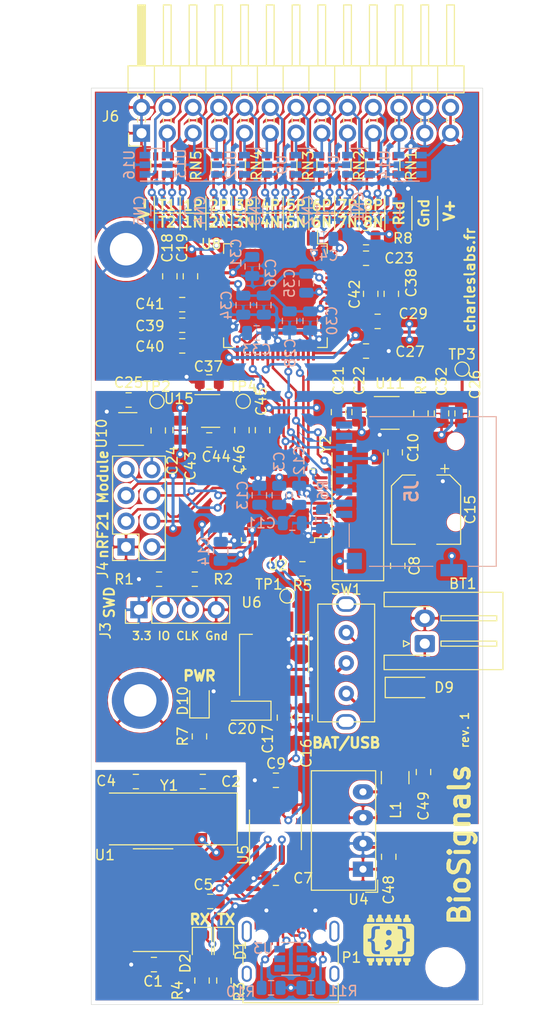
<source format=kicad_pcb>
(kicad_pcb (version 20221018) (generator pcbnew)
  (layers (0 "F.Cu" signal) (31 "B.Cu" signal) (34 "B.Paste" user) (35 "F.Paste" user) (36 "B.SilkS" user "B.Silkscreen") (37 "F.SilkS" user "F.Silkscreen") (38 "B.Mask" user) (39 "F.Mask" user) (44 "Edge.Cuts" user))
  (net 0 "")
  (net 1 "GNDD")
  (net 2 "Net-(BT1-Pad1)")
  (net 3 "GND")
  (net 4 "+5V")
  (net 5 "Net-(C2-Pad1)")
  (net 6 "/NRST")
  (net 7 "Net-(C4-Pad1)")
  (net 8 "Net-(C5-Pad1)")
  (net 9 "/OSC_0")
  (net 10 "VDD")
  (net 11 "/OSC_1")
  (net 12 "/PWR_IN")
  (net 13 "Net-(C18-Pad1)")
  (net 14 "/IN_RLD_DRV")
  (net 15 "/Vneg_raw")
  (net 16 "Net-(C25-Pad2)")
  (net 17 "Net-(C25-Pad1)")
  (net 18 "VDDA")
  (net 19 "VSSA")
  (net 20 "/VCAP3")
  (net 21 "/VCAP1")
  (net 22 "/VCAP2")
  (net 23 "/VCAP4")
  (net 24 "Net-(C44-Pad1)")
  (net 25 "/IN_7N")
  (net 26 "/IN_8N")
  (net 27 "/IN_8P")
  (net 28 "/IN_5N")
  (net 29 "/IN_6N")
  (net 30 "/IN_6P")
  (net 31 "/IN_7P")
  (net 32 "/IN_3N")
  (net 33 "/IN_4N")
  (net 34 "/IN_4P")
  (net 35 "/IN_5P")
  (net 36 "/IN_1N")
  (net 37 "/IN_2N")
  (net 38 "/IN_2P")
  (net 39 "/IN_3P")
  (net 40 "/IN_TESTP2")
  (net 41 "/IN_TESTP1")
  (net 42 "/IN_1P")
  (net 43 "Net-(D1-Pad2)")
  (net 44 "Net-(D1-Pad1)")
  (net 45 "Net-(D2-Pad2)")
  (net 46 "Net-(D2-Pad1)")
  (net 47 "/MISO")
  (net 48 "/SCLK")
  (net 49 "/MOSI")
  (net 50 "/SD_CS")
  (net 51 "Net-(D9-Pad1)")
  (net 52 "Net-(D10-Pad1)")
  (net 53 "/USB_DP")
  (net 54 "/USB_DM")
  (net 55 "/I2C_SCL")
  (net 56 "/I2C_SDA")
  (net 57 "/SWCLK")
  (net 58 "/SWDIO")
  (net 59 "/RF_CSN")
  (net 60 "/RF_IRQ")
  (net 61 "/RF_CE")
  (net 62 "Net-(J5-PadCD1)")
  (net 63 "Net-(J5-Pad8)")
  (net 64 "Net-(J5-Pad1)")
  (net 65 "/RLD_DRV")
  (net 66 "/8P")
  (net 67 "/7P")
  (net 68 "/6P")
  (net 69 "/5P")
  (net 70 "/4P")
  (net 71 "/3P")
  (net 72 "/2P")
  (net 73 "/1P")
  (net 74 "/TESTP2")
  (net 75 "/TESTP1")
  (net 76 "/1N")
  (net 77 "/2N")
  (net 78 "/3N")
  (net 79 "/4N")
  (net 80 "/5N")
  (net 81 "/6N")
  (net 82 "/7N")
  (net 83 "/8N")
  (net 84 "/5V_ISO")
  (net 85 "Net-(L1-Pad1)")
  (net 86 "Net-(U1-Pad15)")
  (net 87 "Net-(U1-Pad14)")
  (net 88 "Net-(U1-Pad13)")
  (net 89 "Net-(U1-Pad12)")
  (net 90 "Net-(U1-Pad11)")
  (net 91 "Net-(U1-Pad10)")
  (net 92 "Net-(U1-Pad9)")
  (net 93 "Net-(U2-Pad41)")
  (net 94 "Net-(U2-Pad40)")
  (net 95 "Net-(U2-Pad39)")
  (net 96 "Net-(U2-Pad33)")
  (net 97 "Net-(U2-Pad32)")
  (net 98 "Net-(U2-Pad31)")
  (net 99 "/FE_RESET")
  (net 100 "/FE_DRDY")
  (net 101 "/TX_ISO")
  (net 102 "/RX_ISO")
  (net 103 "Net-(U2-Pad19)")
  (net 104 "/FE_CS")
  (net 105 "Net-(U2-Pad11)")
  (net 106 "Net-(U2-Pad10)")
  (net 107 "Net-(U2-Pad4)")
  (net 108 "Net-(U2-Pad3)")
  (net 109 "Net-(U2-Pad2)")
  (net 110 "Net-(U3-Pad5)")
  (net 111 "Net-(U3-Pad4)")
  (net 112 "Net-(U3-Pad3)")
  (net 113 "Net-(U7-Pad5)")
  (net 114 "Net-(U8-Pad46)")
  (net 115 "Net-(U8-Pad45)")
  (net 116 "Net-(U8-Pad44)")
  (net 117 "Net-(U8-Pad42)")
  (net 118 "Net-(U8-Pad38)")
  (net 119 "Net-(U8-Pad37)")
  (net 120 "Net-(U8-Pad29)")
  (net 121 "Net-(U8-Pad27)")
  (net 122 "Net-(U9-Pad5)")
  (net 123 "Net-(U11-Pad4)")
  (net 124 "Net-(U12-Pad5)")
  (net 125 "Net-(U13-Pad5)")
  (net 126 "Net-(U14-Pad5)")
  (net 127 "Net-(U16-Pad5)")
  (net 128 "Net-(U16-Pad6)")
  (net 129 "Net-(C47-Pad2)")
  (net 130 "Net-(U14-Pad6)")
  (net 131 "Net-(P1-PadB8)")
  (net 132 "Net-(P1-PadA5)")
  (net 133 "Net-(P1-PadA8)")
  (net 134 "Net-(P1-PadB5)")
  (net 135 "Net-(P1-PadS1)")
  (net 136 "Net-(U2-Pad22)")
  (net 137 "Net-(U2-Pad21)")
  (net 138 "Net-(U2-Pad38)")
  (net 139 "Net-(U2-Pad20)")
  (net 140 "/SPI1_MOSI")
  (net 141 "/SPI1_MISO")
  (net 142 "/SPI1_SCLK")
  (net 143 "Net-(C23-Pad1)")
  (net 144 "Net-(R5-Pad2)")
  (footprint "Capacitor_SMD:C_0805_2012Metric" (layer "F.Cu") (at 25.9865 106.68)
    (fp_text reference "C1")
    (fp_text value "100n")
  )
  (footprint "Capacitor_SMD:C_0805_2012Metric" (layer "F.Cu") (at 30.8125 88.646 180)
    (fp_text reference "C2")
    (fp_text value "22p")
  )
  (footprint "Capacitor_SMD:C_0805_2012Metric" (layer "F.Cu") (at 24.2085 88.646)
    (fp_text reference "C4")
    (fp_text value "22p")
  )
  (footprint "Capacitor_SMD:C_0805_2012Metric" (layer "F.Cu") (at 31.5445 100.457)
    (fp_text reference "C5")
    (fp_text value "10n")
  )
  (footprint "Capacitor_SMD:C_0805_2012Metric" (layer "F.Cu") (at 38.0215 98.171)
    (fp_text reference "C7")
    (fp_text value "100n")
  )
  (footprint "Capacitor_SMD:C_0805_2012Metric" (layer "F.Cu") (at 50.038 67.3885 -90)
    (fp_text reference "C8")
    (fp_text value "22p")
  )
  (footprint "Capacitor_SMD:C_0805_2012Metric" (layer "F.Cu") (at 38.0215 88.519)
    (fp_text reference "C9")
    (fp_text value "100n")
  )
  (footprint "Capacitor_SMD:C_0805_2012Metric" (layer "F.Cu") (at 49.784 56.2125 90)
    (fp_text reference "C10")
    (fp_text value "22p")
  )
  (footprint "Capacitor_SMD:C_0805_2012Metric" (layer "F.Cu") (at 40.894 82.3445 -90)
    (fp_text reference "C16")
    (fp_text value "100n")
  )
  (footprint "Capacitor_SMD:C_0805_2012Metric" (layer "F.Cu") (at 38.862 82.3445 -90)
    (fp_text reference "C17")
    (fp_text value "10u")
  )
  (footprint "Capacitor_SMD:C_0805_2012Metric" (layer "F.Cu") (at 27.559 38.862 -90)
    (fp_text reference "C18")
    (fp_text value "10u")
  )
  (footprint "Capacitor_SMD:C_0805_2012Metric" (layer "F.Cu") (at 29.591 38.862 -90)
    (fp_text reference "C19")
    (fp_text value "100n")
  )
  (footprint "Capacitor_SMD:C_0805_2012Metric" (layer "F.Cu") (at 44.196 52.2455 -90)
    (fp_text reference "C21")
    (fp_text value "10u")
  )
  (footprint "Capacitor_SMD:C_0805_2012Metric" (layer "F.Cu") (at 46.228 52.2455 -90)
    (fp_text reference "C22")
    (fp_text value "100n")
  )
  (footprint "Capacitor_SMD:C_0805_2012Metric" (layer "F.Cu") (at 46.9115 37.084 180)
    (fp_text reference "C23")
    (fp_text value "1n")
  )
  (footprint "Capacitor_SMD:C_0805_2012Metric" (layer "F.Cu") (at 23.495 51.054)
    (fp_text reference "C25")
    (fp_text value "10u")
  )
  (footprint "Capacitor_SMD:C_0805_2012Metric" (layer "F.Cu") (at 56.388 52.3725 -90)
    (fp_text reference "C26")
    (fp_text value "100n")
  )
  (footprint "Capacitor_SMD:C_0805_2012Metric" (layer "F.Cu") (at 46.9115 46.228)
    (fp_text reference "C27")
    (fp_text value "1u")
  )
  (footprint "Capacitor_SMD:C_0805_2012Metric" (layer "F.Cu") (at 48.0545 43.307)
    (fp_text reference "C29")
    (fp_text value "1u")
  )
  (footprint "Capacitor_SMD:C_0805_2012Metric" (layer "F.Cu") (at 54.356 52.3725 -90)
    (fp_text reference "C32")
    (fp_text value "10u")
  )
  (footprint "Capacitor_SMD:C_0805_2012Metric" (layer "F.Cu") (at 31.4475 49.276 180)
    (fp_text reference "C37")
    (fp_text value "1u")
  )
  (footprint "Capacitor_SMD:C_0805_2012Metric" (layer "F.Cu") (at 47.371 40.5915 90)
    (fp_text reference "C38")
    (fp_text value "1u")
  )
  (footprint "Capacitor_SMD:C_0805_2012Metric" (layer "F.Cu") (at 28.7805 43.688 180)
    (fp_text reference "C39")
    (fp_text value "22u")
  )
  (footprint "Capacitor_SMD:C_0805_2012Metric" (layer "F.Cu") (at 28.7805 45.72 180)
    (fp_text reference "C40")
    (fp_text value "1u")
  )
  (footprint "Capacitor_SMD:C_0805_2012Metric" (layer "F.Cu") (at 28.7805 41.656 180)
    (fp_text reference "C41")
    (fp_text value "1u")
  )
  (footprint "Capacitor_SMD:C_0805_2012Metric" (layer "F.Cu") (at 49.403 40.5915 90)
    (fp_text reference "C42")
    (fp_text value "100n")
  )
  (footprint "Capacitor_SMD:C_0805_2012Metric" (layer "F.Cu") (at 28.575 54.0235 -90)
    (fp_text reference "C43")
    (fp_text value "2.2u")
  )
  (footprint "Capacitor_SMD:C_0805_2012Metric" (layer "F.Cu") (at 31.4475 54.991 180)
    (fp_text reference "C44")
    (fp_text value "10n")
  )
  (footprint "Capacitor_SMD:C_0805_2012Metric" (layer "F.Cu") (at 36.703 54.0235 -90)
    (fp_text reference "C45")
    (fp_text value "2.2u")
  )
  (footprint "LED_SMD:LED_0805_2012Metric" (layer "F.Cu") (at 32.893 104.6965 -90)
    (fp_text reference "D1")
    (fp_text value "RX_LED")
  )
  (footprint "LED_SMD:LED_0805_2012Metric" (layer "F.Cu") (at 30.734 104.6965 -90)
    (fp_text reference "D2")
    (fp_text value "TX_LED")
  )
  (footprint "Diode_SMD:D_SOD-123" (layer "F.Cu") (at 51.055 79.375)
    (fp_text reference "D9")
    (fp_text value "5819")
  )
  (footprint "Connector_PinHeader_2.54mm:PinHeader_1x04_P2.54mm_Vertical" (layer "F.Cu") (at 24.511 71.716 90)
    (fp_text reference "J3")
    (fp_text value "SWD")
  )
  (footprint "Connector_PinHeader_2.54mm:PinHeader_2x13_P2.54mm_Horizontal" (layer "F.Cu") (at 24.765 24.765 90)
    (fp_text reference "J6")
    (fp_text value "Input")
  )
  (footprint "Inductor_SMD:L_1210_3225Metric" (layer "F.Cu") (at 49.784 88.262 90)
    (fp_text reference "L1")
    (fp_text value "22u/200mA")
  )
  (footprint "Resistor_SMD:R_0805_2012Metric" (layer "F.Cu") (at 26.4945 68.707 180)
    (fp_text reference "R1")
    (fp_text value "10k")
  )
  (footprint "Resistor_SMD:R_0805_2012Metric" (layer "F.Cu") (at 30.0205 68.707 180)
    (fp_text reference "R2")
    (fp_text value "10k")
  )
  (footprint "Resistor_SMD:R_0805_2012Metric" (layer "F.Cu") (at 32.893 108.2525 -90)
    (fp_text reference "R3")
    (fp_text value "1k")
  )
  (footprint "Resistor_SMD:R_0805_2012Metric" (layer "F.Cu") (at 30.734 108.2525 -90)
    (fp_text reference "R4")
    (fp_text value "1k")
  )
  (footprint "Resistor_SMD:R_0805_2012Metric" (layer "F.Cu") (at 46.9115 35.052)
    (fp_text reference "R8")
    (fp_text value "1M")
  )
  (footprint "Resistor_SMD:R_0805_2012Metric" (layer "F.Cu") (at 52.324 52.3725 90)
    (fp_text reference "R9")
    (fp_text value "1k")
  )
  (footprint "Resistor_SMD:R_Array_Convex_4x0603" (layer "F.Cu") (at 48.571 27.929 -90)
    (fp_text reference "RN1")
    (fp_text value "2.2k")
  )
  (footprint "Resistor_SMD:R_Array_Convex_4x0603" (layer "F.Cu") (at 38.411 27.951 -90)
    (fp_text reference "RN3")
    (fp_text value "2.2k")
  )
  (footprint "Resistor_SMD:R_Array_Convex_4x0603" (layer "F.Cu") (at 33.331 27.951 -90)
    (fp_text reference "RN4")
    (fp_text value "2.2k")
  )
  (footprint "Resistor_SMD:R_Array_Convex_4x0603" (layer "F.Cu") (at 27.362 27.951 -90)
    (fp_text reference "RN5")
    (fp_text value "2.2k")
  )
  (footprint "C10418:SPDT_12.1_5.6" (layer "F.Cu") (at 44.958 76.962 -90)
    (fp_text reference "SW1")
    (fp_text value "SS-12F44-G5")
  )
  (footprint "TestPoint:TestPoint_Pad_D1.0mm" (layer "F.Cu") (at 39.116 70.358)
    (fp_text reference "TP1")
    (fp_text value "3.3V")
  )
  (footprint "TestPoint:TestPoint_Pad_D1.0mm" (layer "F.Cu") (at 26.289 51.181)
    (fp_text reference "TP2")
    (fp_text value "Vneg_raw")
  )
  (footprint "TestPoint:TestPoint_Pad_D1.0mm" (layer "F.Cu") (at 56.388 48.006)
    (fp_text reference "TP3")
    (fp_text value "2.5V")
  )
  (footprint "TestPoint:TestPoint_Pad_D1.0mm" (layer "F.Cu") (at 34.798 51.181)
    (fp_text reference "TP4")
    (fp_text value "-2.5V")
  )
  (footprint "Package_SO:SOIC-16_3.9x9.9mm_P1.27mm" (layer "F.Cu") (at 25.908 100.33 180)
    (fp_text reference "U1")
    (fp_text value "CH340G")
  )
  (footprint "Package_QFP:LQFP-48_7x7mm_P0.5mm" (layer "F.Cu") (at 38.227 61.468 180)
    (fp_text reference "U2")
    (fp_text value "STM32F103C8Tx")
  )
  (footprint "Converter_DCDC:Converter_DCDC_muRata_CRE1xxxxxxSC_THT" (layer "F.Cu") (at 46.609 97.282 180)
    (fp_text reference "U4")
    (fp_text value "CRE1S0505SC")
  )
  (footprint "Package_SO:SOIC-8_3.9x4.9mm_P1.27mm" (layer "F.Cu") (at 37.973 93.407 90)
    (fp_text reference "U5")
    (fp_text value "ISO7321C")
  )
  (footprint "Package_QFP:TQFP-64_10x10mm_P0.5mm" (layer "F.Cu") (at 37.973 40.767 -90)
    (fp_text reference "U8")
    (fp_text value "ADS1298PAG")
  )
  (footprint "Package_TO_SOT_SMD:SOT-23-6" (layer "F.Cu") (at 23.411 53.909 180)
    (fp_text reference "U10")
    (fp_text value "LM2664")
  )
  (footprint "Package_TO_SOT_SMD:SOT-23-5" (layer "F.Cu") (at 49.276 52.324)
    (fp_text reference "U11")
    (fp_text value "HT7525-7")
  )
  (footprint "Package_TO_SOT_SMD:SOT-23-5" (layer "F.Cu") (at 31.58 52.131)
    (fp_text reference "U15")
    (fp_text value "TPS72325")
  )
  (footprint "Crystal:Crystal_SMD_HC49-SD" (layer "F.Cu") (at 27.5 92.329 180)
    (fp_text reference "Y1")
    (fp_text value "12MHz")
  )
  (footprint "Crystal:Crystal_SMD_HC49-SD" (layer "F.Cu") (at 46.101 62.162 90)
    (fp_text reference "Y2")
    (fp_text value "8MHz")
  )
  (footprint "Resistor_SMD:R_Array_Convex_4x0603" (layer "F.Cu") (at 43.745 27.951 -90)
    (fp_text reference "RN2")
    (fp_text value "2.2k")
  )
  (footprint "Connector_JST:JST_XH_S2B-XH-A-1_1x02_P2.50mm_Horizontal" (layer "F.Cu") (at 52.705 75.057 90)
    (fp_text reference "BT1")
    (fp_text value "Battery")
  )
  (footprint "Capacitor_SMD:C_0805_2012Metric" (layer "F.Cu") (at 49.149 96.0605 -90)
    (fp_text reference "C48")
    (fp_text value "4.7u")
  )
  (footprint "Capacitor_SMD:C_0805_2012Metric" (layer "F.Cu") (at 52.578 87.7085 -90)
    (fp_text reference "C49")
    (fp_text value "10u")
  )
  (footprint "Capacitor_SMD:CP_Elec_6.3x7.7" (layer "F.Cu") (at 52.832 61.855 -90)
    (fp_text reference "C15")
    (fp_text value "100u")
  )
  (footprint "Connector_PinSocket_2.54mm:PinSocket_2x04_P2.54mm_Vertical" (layer "F.Cu") (at 23.241 65.532 180)
    (fp_text reference "J4")
    (fp_text value "nRF24L01")
  )
  (footprint "Capacitor_SMD:C_0805_2012Metric" (layer "F.Cu") (at 26.416 54.0535 90)
    (fp_text reference "C24")
    (fp_text value "10u")
  )
  (footprint "Connector_USB:USB_C_Receptacle_HRO_TYPE-C-31-M-12" (layer "F.Cu") (at 39.469 106.534)
    (fp_text reference "P1")
    (fp_text value "USB_C_Plug_USB2.0")
  )
  (footprint "Resistor_SMD:R_0805_2012Metric" (layer "F.Cu") (at 40.64 67.691 180)
    (fp_text reference "R5")
    (fp_text value "10k")
  )
  (footprint "MountingHole:MountingHole_3.2mm_M3_DIN965" (layer "F.Cu") (at 54.737 106.934)
    (fp_text reference "H1" hide)
    (fp_text value "MountingHole")
  )
  (footprint "MountingHole:MountingHole_3.2mm_M3_DIN965_Pad" (layer "F.Cu") (at 24.638 80.645)
    (fp_text reference "H2" hide)
    (fp_text value "MountingHole_Pad")
  )
  (footprint "MountingHole:MountingHole_3.2mm_M3_DIN965_Pad" (layer "F.Cu") (at 23.241 36.195)
    (fp_text reference "H3" hide)
    (fp_text value "MountingHole_Pad")
  )
  (footprint "Charleslabs_Parts:Charleslabs_Logo_5mm" (layer "F.Cu") (at 49.149 104.267)
    (fp_text reference "LOGO1" hide)
    (fp_text value "Logo_Open_Hardware_Large" hide)
  )
  (footprint "Resistor_SMD:R_0805_2012Metric" (layer "F.Cu") (at 30.48 84.201 90)
    (fp_text reference "R7")
    (fp_text value "1k")
  )
  (footprint "LED_SMD:LED_0805_2012Metric" (layer "F.Cu") (at 30.48 80.6935 90)
    (fp_text reference "D10")
    (fp_text value "PWR_LED")
  )
  (footprint "Capacitor_Tantalum_SMD:CP_EIA-3216-10_Kemet-I" (layer "F.Cu") (at 35.226 81.661 180)
    (fp_text reference "C20")
    (fp_text value "10u,tant")
  )
  (footprint "Capacitor_SMD:C_0805_2012Metric" (layer "F.Cu") (at 34.671 54.0235 -90)
    (fp_text reference "C46")
    (fp_text value "10u")
  )
  (footprint "Package_TO_SOT_SMD:SOT-223-3_TabPin2" (layer "F.Cu") (at 37.846 76.048 90)
    (fp_text reference "U6")
    (fp_text value "AMS1117-3.3")
  )
  (footprint "Capacitor_SMD:C_0805_2012Metric" (layer "B.Cu") (at 39.639 63.1825 180)
    (fp_text reference "C11")
    (fp_text value "100n")
  )
  (footprint "Capacitor_SMD:C_0805_2012Metric" (layer "B.Cu") (at 40.3225 60.437 -90)
    (fp_text reference "C12")
    (fp_text value "100n")
  )
  (footprint "Capacitor_SMD:C_0805_2012Metric" (layer "B.Cu") (at 36.3855 60.437 -90)
    (fp_text reference "C13")
    (fp_text value "100n")
  )
  (footprint "Capacitor_SMD:C_0805_2012Metric" (layer "B.Cu") (at 39.37 43.2585 -90)
    (fp_text reference "C28")
    (fp_text value "1u")
  )
  (footprint "Capacitor_SMD:C_0805_2012Metric" (layer "B.Cu") (at 41.402 43.2585 -90)
    (fp_text reference "C30")
    (fp_text value "1u")
  )
  (footprint "Capacitor_SMD:C_0805_2012Metric" (layer "B.Cu") (at 35.687 37.8945 -90)
    (fp_text reference "C31")
    (fp_text value "1u")
  )
  (footprint "Capacitor_SMD:C_0805_2012Metric" (layer "B.Cu") (at 36.1165 44.45)
    (fp_text reference "C33")
    (fp_text value "100n")
  )
  (footprint "Capacitor_SMD:C_0805_2012Metric" (layer "B.Cu") (at 34.798 41.7045 -90)
    (fp_text reference "C34")
    (fp_text value "100n")
  )
  (footprint "Capacitor_SMD:C_0805_2012Metric" (layer "B.Cu") (at 41.021 39.5455 -90)
    (fp_text reference "C35")
    (fp_text value "100n")
  )
  (footprint "Capacitor_SMD:C_0805_2012Metric" (layer "B.Cu") (at 36.83 41.7045 -90)
    (fp_text reference "C36")
    (fp_text value "100n")
  )
  (footprint "Resistor_SMD:R_Array_Convex_4x0603" (layer "B.Cu") (at 48.571 32.396 -90)
    (fp_text reference "CN1")
    (fp_text value "1n")
  )
  (footprint "Resistor_SMD:R_Array_Convex_4x0603" (layer "B.Cu") (at 43.745 32.396 -90)
    (fp_text reference "CN2")
    (fp_text value "1n")
  )
  (footprint "Resistor_SMD:R_Array_Convex_4x0603" (layer "B.Cu") (at 38.411 32.396 -90)
    (fp_text reference "CN3")
    (fp_text value "1n")
  )
  (footprint "C10418:TFPUSH" (layer "B.Cu") (at 52.503 60.068 -90)
    (fp_text reference "J5")
    (fp_text value "TF_PUSH" hide)
  )
  (footprint "Resistor_SMD:R_0805_2012Metric" (layer "B.Cu") (at 42.672 62.7865 -90)
    (fp_text reference "R6")
    (fp_text value "100k")
  )
  (footprint "Package_TO_SOT_SMD:SOT-23-6" (layer "B.Cu") (at 39.497 106.106 180)
    (fp_text reference "U3")
    (fp_text value "TPD4E1U06")
  )
  (footprint "Package_TO_SOT_SMD:SOT-23-6" (layer "B.Cu") (at 46.185 27.874)
    (fp_text reference "U7")
    (fp_text value "TPD4E1U06")
  )
  (footprint "Package_TO_SOT_SMD:SOT-23-6" (layer "B.Cu") (at 41.105 27.874)
    (fp_text reference "U9")
    (fp_text value "TPD4E1U06")
  )
  (footprint "Package_TO_SOT_SMD:SOT-23-6" (layer "B.Cu") (at 36.025 27.874)
    (fp_text reference "U12")
    (fp_text value "TPD4E1U06")
  )
  (footprint "Package_TO_SOT_SMD:SOT-23-6" (layer "B.Cu") (at 31.072 27.874)
    (fp_text reference "U13")
    (fp_text value "TPD4E1U06")
  )
  (footprint "Package_TO_SOT_SMD:SOT-23-6" (layer "B.Cu") (at 51.265 27.874)
    (fp_text reference "U14")
    (fp_text value "TPD4E1U06")
  )
  (footprint "Package_TO_SOT_SMD:SOT-23-6" (layer "B.Cu") (at 26.205 27.874)
    (fp_text reference "U16")
    (fp_text value "TPD4E1U06")
  )
  (footprint "Capacitor_SMD:C_0805_2012Metric" (layer "B.Cu") (at 42.7505 35.179)
    (fp_text reference "C47")
    (fp_text value "1n")
  )
  (footprint "Resistor_SMD:R_0805_2012Metric" (layer "B.Cu") (at 37.5435 108.966)
    (fp_text reference "R10")
    (fp_text value "5.1k")
  )
  (footprint "Resistor_SMD:R_0805_2012Metric" (layer "B.Cu") (at 41.4805 108.966 180)
    (fp_text reference "R11")
    (fp_text value "5.1k")
  )
  (footprint "Resistor_SMD:R_Array_Convex_4x0603" (layer "B.Cu") (at 27.362 32.396 -90)
    (fp_text reference "CN5")
    (fp_text value "1n")
  )
  (footprint "Capacitor_SMD:C_0805_2012Metric" (layer "B.Cu") (at 32.5755 65.9615 -90)
    (fp_text reference "C14")
    (fp_text value "10u")
  )
  (footprint "Capacitor_SMD:C_0805_2012Metric" (layer "B.Cu") (at 38.354 60.437 90)
    (fp_text reference "C3")
    (fp_text value "100n")
  )
  (footprint "Resistor_SMD:R_Array_Convex_4x0603" (layer "B.Cu") (at 33.331 32.396 -90)
    (fp_text reference "CN4")
    (fp_text value "1n")
  )
  (gr_line (start 51.435 30.988) (end 51.435 34.29) (stroke (width 0.12)) (layer "F.SilkS"))
  (gr_line (start 53.975 30.988) (end 53.975 34.29) (stroke (width 0.12)) (layer "F.SilkS"))
  (gr_line (start 33.655 30.988) (end 33.655 34.29) (stroke (width 0.12)) (layer "F.SilkS"))
  (gr_line (start 43.815 30.988) (end 43.815 34.29) (stroke (width 0.12)) (layer "F.SilkS"))
  (gr_line (start 36.068 30.988) (end 36.068 34.29) (stroke (width 0.12)) (layer "F.SilkS"))
  (gr_line (start 31.115 30.988) (end 31.115 34.29) (stroke (width 0.12)) (layer "F.SilkS"))
  (gr_line (start 38.735 30.988) (end 38.735 34.29) (stroke (width 0.12)) (layer "F.SilkS"))
  (gr_line (start 41.275 30.988) (end 41.275 34.29) (stroke (width 0.12)) (layer "F.SilkS"))
  (gr_line (start 48.768 30.988) (end 48.768 34.29) (stroke (width 0.12)) (layer "F.SilkS"))
  (gr_line (start 26.035 32.639) (end 48.768 32.639) (stroke (width 0.12)) (layer "F.SilkS"))
  (gr_line (start 46.228 30.988) (end 46.228 34.29) (stroke (width 0.12)) (layer "F.SilkS"))
  (gr_line (start 28.575 30.988) (end 28.575 34.29) (stroke (width 0.12)) (layer "F.SilkS"))
  (gr_line (start 26.035 30.988) (end 26.035 34.29) (stroke (width 0.12)) (layer "F.SilkS"))
  (gr_line (start 19.812 110.617) (end 19.812 20.32) (stroke (width 0.05)) (layer "Edge.Cuts"))
  (gr_line (start 58.42 110.617) (end 19.812 110.617) (stroke (width 0.05)) (layer "Edge.Cuts"))
  (gr_line (start 58.42 20.32) (end 58.42 110.617) (stroke (width 0.05)) (layer "Edge.Cuts"))
  (gr_line (start 19.812 20.32) (end 58.42 20.32) (stroke (width 0.05)) (layer "Edge.Cuts"))
  (gr_text "rev. 1" (at 56.642 83.566 90) (layer "F.SilkS") (effects (font (size 0.8 0.8))))
  (gr_text "V-" (at 25.019 32.131 90) (layer "F.SilkS") (effects (font (size 1 1) (thickness 0.25))))
  (gr_text "1P" (at 29.845 31.877) (layer "F.SilkS") (effects (font (size 1 1) (thickness 0.2))))
  (gr_text "T1" (at 27.305 31.877) (layer "F.SilkS") (effects (font (size 1 1) (thickness 0.2))))
  (gr_text "8P" (at 47.625 31.877) (layer "F.SilkS") (effects (font (size 1 1) (thickness 0.2))))
  (gr_text "Gnd" (at 52.619 32.639 90) (layer "F.SilkS") (effects (font (size 1 1) (thickness 0.2))))
  (gr_text "V+" (at 55.118 32.385 90) (layer "F.SilkS") (effects (font (size 1 1) (thickness 0.25))))
  (gr_text "8N" (at 47.625 33.528) (layer "F.SilkS") (effects (font (size 1 1) (thickness 0.2))))
  (gr_text "Rld" (at 50.165 32.639 90) (layer "F.SilkS") (effects (font (size 1 1) (thickness 0.2))))
  (gr_text "3.3 IO CLK Gnd" (at 28.575 74.295) (layer "F.SilkS") (effects (font (size 0.8 0.8))))
  (gr_text "PWR" (at 30.48 78.232) (layer "F.SilkS") (effects (font (size 1 1) (thickness 0.25))))
  (gr_text "SWD" (at 21.59 70.993 90) (layer "F.SilkS") (effects (font (size 1 1) (thickness 0.2))))
  (gr_text "nRF21 Module" (at 20.955 61.341 90) (layer "F.SilkS") (effects (font (size 1 1) (thickness 0.2))))
  (gr_text "RX TX" (at 31.75 102.235) (layer "F.SilkS") (effects (font (size 1 1) (thickness 0.25))))
  (gr_text "4N" (at 37.465 33.528) (layer "F.SilkS") (effects (font (size 1 1) (thickness 0.2))))
  (gr_text "3P" (at 34.925 31.877) (layer "F.SilkS") (effects (font (size 1 1) (thickness 0.2))))
  (gr_text "6P" (at 42.545 31.877) (layer "F.SilkS") (effects (font (size 1 1) (thickness 0.2))))
  (gr_text "7P" (at 45.085 31.877) (layer "F.SilkS") (effects (font (size 1 1) (thickness 0.2))))
  (gr_text "4P" (at 37.465 31.877) (layer "F.SilkS") (effects (font (size 1 1) (thickness 0.2))))
  (gr_text "BAT/USB" (at 44.958 84.836) (layer "F.SilkS") (effects (font (size 1 1) (thickness 0.25))))
  (gr_text "5P" (at 40.005 31.877) (layer "F.SilkS") (effects (font (size 1 1) (thickness 0.2))))
  (gr_text "7N" (at 45.085 33.528) (layer "F.SilkS") (effects (font (size 1 1) (thickness 0.2))))
  (gr_text "3N" (at 34.925 33.528) (layer "F.SilkS") (effects (font (size 1 1) (thickness 0.2))))
  (gr_text "6N" (at 42.545 33.528) (layer "F.SilkS") (effects (font (size 1 1) (thickness 0.2))))
  (gr_text "charleslabs.fr" (at 57.15 39.243 90) (layer "F.SilkS") (effects (font (size 1 1) (thickness 0.2))))
  (gr_text "2P" (at 32.385 31.877) (layer "F.SilkS") (effects (font (size 1 1) (thickness 0.2))))
  (gr_text "5N" (at 40.005 33.528) (layer "F.SilkS") (effects (font (size 1 1) (thickness 0.2))))
  (gr_text "1N" (at 29.845 33.528) (layer "F.SilkS") (effects (font (size 1 1) (thickness 0.2))))
  (gr_text "T2" (at 27.305 33.528) (layer "F.SilkS") (effects (font (size 1 1) (thickness 0.2))))
  (gr_text "BioSignals" (at 56.134 94.869 90) (layer "F.SilkS") (effects (font (size 2 2) (thickness 0.4))))
  (gr_text "2N" (at 32.385 33.528) (layer "F.SilkS") (effects (font (size 1 1) (thickness 0.2))))
  (segment (start 33.58 44.017) (end 33.782 43.815) (width 0.25) (layer "F.Cu") (net 1))
  (segment (start 42.3895 60.718) (end 43.520938 60.718) (width 0.3) (layer "F.Cu") (net 1))
  (segment (start 49.771 27.029) (end 50.314 27.029) (width 0.25) (layer "F.Cu") (net 1))
  (segment (start 50.314 27.029) (end 51.308 26.035) (width 0.25) (layer "F.Cu") (net 1))
  (segment (start 26.284 54.859) (end 26.416 54.991) (width 0.3) (layer "F.Cu") (net 1))
  (segment (start 30.48 49.306) (end 30.51 49.276) (width 0.3) (layer "F.Cu") (net 1))
  (segment (start 42.859 44.517) (end 42.291 45.085) (width 0.3) (layer "F.Cu") (net 1))
  (segment (start 43.6355 44.517) (end 42.859 44.517) (width 0.3) (layer "F.Cu") (net 1))
  (segment (start 35.524 63.718) (end 35.687 63.881) (width 0.3) (layer "F.Cu") (net 1))
  (segment (start 43.6355 44.517) (end 42.739 44.517) (width 0.3) (layer "F.Cu") (net 1))
  (segment (start 33.437999 44.159001) (end 33.782 43.815) (width 0.25) (layer "F.Cu") (net 1))
  (segment (start 38.227 46.4255) (end 38.223 46.4295) (width 0.25) (layer "F.Cu") (net 1))
  (segment (start 40.477 65.6305) (end 40.477 66.893) (width 0.3) (layer "F.Cu") (net 1))
  (segment (start 42.54799 44.32599) (end 42.54799 43.68501) (width 0.3) (layer "F.Cu") (net 1))
  (segment (start 34.223 46.4295) (end 33.437999 45.644499) (width 0.25) (layer "F.Cu") (net 1))
  (segment (start 38.223 45.216) (end 38.227 45.212) (width 0.3) (layer "F.Cu") (net 1))
  (segment (start 32.3105 44.017) (end 33.58 44.017) (width 0.25) (layer "F.Cu") (net 1))
  (segment (start 34.0645 63.718) (end 35.524 63.718) (width 0.3) (layer "F.Cu") (net 1))
  (segment (start 30.48 51.181) (end 30.48 49.306) (width 0.3) (layer "F.Cu") (net 1))
  (segment (start 42.716 43.517) (end 43.6355 43.517) (width 0.3) (layer "F.Cu") (net 1))
  (segment (start 33.437999 45.644499) (end 33.437999 44.159001) (width 0.25) (layer "F.Cu") (net 1))
  (segment (start 35.977 55.687) (end 36.703 54.961) (width 0.3) (layer "F.Cu") (net 1))
  (segment (start 47.849 46.228) (end 49.149 46.228) (width 0.25) (layer "F.Cu") (net 1))
  (segment (start 43.61051 43.49201) (end 43.6355 43.517) (width 0.25) (layer "F.Cu") (net 1))
  (segment (start 35.977 57.3055) (end 35.977 55.687) (width 0.3) (layer "F.Cu") (net 1))
  (segment (start 42.739 44.517) (end 42.54799 44.32599) (width 0.3) (layer "F.Cu") (net 1))
  (segment (start 38.223 46.4295) (end 38.223 45.216) (width 0.3) (layer "F.Cu") (net 1))
  (segment (start 24.511 54.859) (end 26.284 54.859) (width 0.3) (layer "F.Cu") (net 1))
  (segment (start 30.51 49.276) (end 29.718 49.276) (width 0.3) (layer "F.Cu") (net 1))
  (segment (start 49.771 28.943) (end 51.054 30.226) (width 0.25) (layer "F.Cu") (net 1))
  (segment (start 29.718 49.276) (end 29.21 48.768) (width 0.3) (layer "F.Cu") (net 1))
  (segment (start 42.54799 43.68501) (end 42.716 43.517) (width 0.3) (layer "F.Cu") (net 1))
  (segment (start 49.771 28.829) (end 49.771 28.943) (width 0.25) (layer "F.Cu") (net 1))
  (via (at 29.21 48.768) (size 0.8) (drill 0.4) (layers "F.Cu" "B.Cu") (net 1))
  (via (at 37.338 51.816) (size 0.8) (drill 0.4) (layers "F.Cu" "B.Cu") (net 1))
  (via (at 27.8765 58.4835) (size 0.8) (drill 0.4) (layers "F.Cu" "B.Cu") (net 1))
  (via (at 44.323 66.929) (size 0.8) (drill 0.4) (layers "F.Cu" "B.Cu") (net 1))
  (via (at 49.149 46.228) (size 0.8) (drill 0.4) (layers "F.Cu" "B.Cu") (net 1))
  (via (at 55.372 66.421) (size 0.8) (drill 0.4) (layers "F.Cu" "B.Cu") (net 1))
  (via (at 47.701002 56.769) (size 0.8) (drill 0.4) (layers "F.Cu" "B.Cu") (net 1))
  (via (at 51.054 30.226) (size 0.8) (drill 0.4) (layers "F.Cu" "B.Cu") (net 1))
  (via (at 33.782 43.815) (size 0.8) (drill 0.4) (layers "F.Cu" "B.Cu") (net 1))
  (via (at 42.037 51.816) (size 0.8) (drill 0.4) (layers "F.Cu" "B.Cu") (net 1))
  (via (at 35.687 63.881) (size 0.8) (drill 0.4) (layers "F.Cu" "B.Cu") (net 1))
  (via (at 46.482 54.229) (size 0.8) (drill 0.4) (layers "F.Cu" "B.Cu") (net 1))
  (via (at 51.308 26.035) (size 0.8) (drill 0.4) (layers "F.Cu" "B.Cu") (net 1))
  (via (at 30.734 63.3095) (size 0.8) (drill 0.4) (layers "F.Cu" "B.Cu") (net 1))
  (via (at 38.227 45.212) (size 0.8) (drill 0.4) (layers "F.Cu" "B.Cu") (net 1))
  (via (at 28.575 56.388) (size 0.8) (drill 0.4) (layers "F.Cu" "B.Cu") (net 1))
  (via (at 34.544 66.294) (size 0.8) (drill 0.4) (layers "F.Cu" "B.Cu") (net 1))
  (via (at 42.291 45.085) (size 0.8) (drill 0.4) (layers "F.Cu" "B.Cu") (net 1))
  (via (at 54.356 54.483) (size 0.8) (drill 0.4) (layers "F.Cu" "B.Cu") (net 1))
  (via (at 27.8765 63.717) (size 0.8) (drill 0.4) (layers "F.Cu" "B.Cu") (net 1))
  (via (at 28.575 51.816) (size 0.8) (drill 0.4) (layers "F.Cu" "B.Cu") (net 1))
  (via (at 38.354 58.674) (size 0.8) (drill 0.4) (layers "F.Cu" "B.Cu") (net 1))
  (segment (start 55.353 67.818) (end 55.353 66.44) (width 0.3) (layer "B.Cu") (net 1))
  (segment (start 38.1935 63.1825) (end 38.7015 63.1825) (width 0.3) (layer "B.Cu") (net 1))
  (segment (start 37.054 44.45) (end 37.465 44.45) (width 0.25) (layer "B.Cu") (net 1))
  (segment (start 40.3225 61.3745) (end 40.3225 61.5615) (width 0.3) (layer "B.Cu") (net 1))
  (segment (start 33.939 66.899) (end 34.544 66.294) (width 0.3) (layer "B.Cu") (net 1))
  (segment (start 46.482 53.047) (end 46.482 54.229) (width 0.3) (layer "B.Cu") (net 1))
  (segment (start 45.753 52.318) (end 46.482 53.047) (width 0.3) (layer "B.Cu") (net 1))
  (segment (start 55.353 66.44) (end 55.372 66.421) (width 0.3) (layer "B.Cu") (net 1))
  (segment (start 41.402 44.196) (end 39.37 44.196) (width 0.25) (layer "B.Cu") (net 1))
  (segment (start 37.465 44.45) (end 38.227 45.212) (width 0.25) (layer "B.Cu") (net 1))
  (segment (start 35.687 63.881) (end 35.687 65.151) (width 0.3) (layer "B.Cu") (net 1))
  (segment (start 41.402 44.196) (end 42.291 45.085) (width 0.25) (layer "B.Cu") (net 1))
  (segment (start 44.334 66.918) (end 44.323 66.929) (width 0.3) (layer "B.Cu") (net 1))
  (segment (start 33.782 43.815) (end 33.782 43.658) (width 0.25) (layer "B.Cu") (net 1))
  (segment (start 40.3225 61.5615) (end 38.7015 63.1825) (width 0.3) (layer "B.Cu") (net 1))
  (segment (start 44.753 56.818) (end 47.652002 56.818) (width 0.3) (layer "B.Cu") (net 1))
  (segment (start 34.798 42.642) (end 36.83 42.642) (width 0.25) (layer "B.Cu") (net 1))
  (segment (start 38.354 59.4995) (end 38.354 58.674) (width 0.3) (layer "B.Cu") (net 1))
  (segment (start 36.3855 61.3745) (end 38.1935 63.1825) (width 0.3) (layer "B.Cu") (net 1))
  (segment (start 30.734 64.722206) (end 30.734 63.3095) (width 0.3) (layer "B.Cu") (net 1))
  (segment (start 45.753 66.918) (end 44.334 66.918) (width 0.3) (layer "B.Cu") (net 1))
  (segment (start 28.575 56.388) (end 28.575 51.816) (width 0.3) (layer "B.Cu") (net 1))
  (segment (start 38.7015 63.1825) (end 36.3855 63.1825) (width 0.3) (layer "B.Cu") (net 1))
  (segment (start 32.305794 66.294) (end 30.734 64.722206) (width 0.3) (layer "B.Cu") (net 1))
  (segment (start 35.687 65.151) (end 34.544 66.294) (width 0.3) (layer "B.Cu") (net 1))
  (segment (start 55.353 53.486) (end 54.356 54.483) (width 0.3) (layer "B.Cu") (net 1))
  (segment (start 27.8765 58.4835) (end 27.8765 63.717) (width 0.3) (layer "B.Cu") (net 1))
  (segment (start 47.652002 56.818) (end 47.701002 56.769) (width 0.3) (layer "B.Cu") (net 1))
  (segment (start 36.3855 63.1825) (end 35.687 63.881) (width 0.3) (layer "B.Cu") (net 1))
  (segment (start 42.037 51.816) (end 37.338 51.816) (width 0.3) (layer "B.Cu") (net 1))
  (segment (start 55.353 52.318) (end 55.353 53.486) (width 0.3) (layer "B.Cu") (net 1))
  (segment (start 33.782 43.658) (end 34.798 42.642) (width 0.25) (layer "B.Cu") (net 1))
  (segment (start 34.544 66.294) (end 32.305794 66.294) (width 0.3) (layer "B.Cu") (net 1))
  (segment (start 32.5755 66.899) (end 33.939 66.899) (width 0.3) (layer "B.Cu") (net 1))
  (segment (start 52.705 79.375) (end 52.705 75.057) (width 0.25) (layer "F.Cu") (net 2))
  (via (at 30.734 94.361) (size 0.8) (drill 0.4) (layers "F.Cu" "B.Cu") (net 3))
  (via (at 39.497 108.966) (size 0.8) (drill 0.4) (layers "F.Cu" "B.Cu") (net 3))
  (via (at 32.131 95.631) (size 0.8) (drill 0.4) (layers "F.Cu" "B.Cu") (net 3))
  (via (at 41.656 106.172) (size 0.8) (drill 0.4) (layers "F.Cu" "B.Cu") (net 3))
  (segment (start 40.543 108.966) (end 39.497 108.966) (width 0.3) (layer "B.Cu") (net 3))
  (segment (start 32.004 95.631) (end 30.734 94.361) (width 0.3) (layer "B.Cu") (net 3))
  (segment (start 38.481 108.966) (end 39.497 108.966) (width 0.3) (layer "B.Cu") (net 3))
  (segment (start 40.597 106.106) (end 41.59 106.106) (width 0.3) (layer "B.Cu") (net 3))
  (segment (start 32.131 95.631) (end 32.004 95.631) (width 0.3) (layer "B.Cu") (net 3))
  (segment (start 41.59 106.106) (end 41.656 106.172) (width 0.3) (layer "B.Cu") (net 3))
  (segment (start 37.019 101.411) (end 37.084 101.346) (width 0.3) (layer "F.Cu") (net 4))
  (segment (start 49.149 95.123) (end 46.99 95.123) (width 0.3) (layer "F.Cu") (net 4))
  (segment (start 32.893 109.19) (end 30.734 109.19) (width 0.3) (layer "F.Cu") (net 4))
  (segment (start 25.049 106.68) (end 23.749 106.68) (width 0.3) (layer "F.Cu") (net 4))
  (segment (start 36.068 97.155) (end 36.068 95.882) (width 0.3) (layer "F.Cu") (net 4))
  (segment (start 29.367 109.19) (end 29.337 109.22) (width 0.3) (layer "F.Cu") (net 4))
  (segment (start 25.049 106.391) (end 23.433 104.775) (width 0.3) (layer "F.Cu") (net 4))
  (segment (start 33.147001 100.076) (end 34.019827 100.948826) (width 0.3) (layer "F.Cu") (net 4))
  (segment (start 30.734 109.19) (end 29.367 109.19) (width 0.3) (layer "F.Cu") (net 4))
  (segment (start 41.919 102.489) (end 41.919 101.355) (width 0.3) (layer "F.Cu") (net 4))
  (segment (start 46.99 95.123) (end 46.609 94.742) (width 0.3) (layer "F.Cu") (net 4))
  (segment (start 37.084 98.171) (end 35.814 98.171) (width 0.3) (layer "F.Cu") (net 4))
  (segment (start 41.919 101.355) (end 41.91 101.346) (width 0.3) (layer "F.Cu") (net 4))
  (segment (start 37.019 102.489) (end 37.019 101.411) (width 0.3) (layer "F.Cu") (net 4))
  (segment (start 37.084 98.171) (end 36.068 97.155) (width 0.3) (layer "F.Cu") (net 4))
  (segment (start 25.049 106.68) (end 25.049 106.391) (width 0.3) (layer "F.Cu") (net 4))
  (segment (start 32.482 100.076) (end 33.147001 100.076) (width 0.3) (layer "F.Cu") (net 4))
  (via (at 35.814 98.171) (size 0.8) (drill 0.4) (layers "F.Cu" "B.Cu") (net 4))
  (via (at 37.084 101.346) (size 0.8) (drill 0.4) (layers "F.Cu" "B.Cu") (net 4))
  (via (at 29.337 109.22) (size 0.8) (drill 0.4) (layers "F.Cu" "B.Cu") (net 4))
  (via (at 23.749 106.68) (size 0.8) (drill 0.4) (layers "F.Cu" "B.Cu") (net 4))
  (via (at 41.91 101.346) (size 0.8) (drill 0.4) (layers "F.Cu" "B.Cu") (net 4))
  (via (at 34.019827 100.948826) (size 0.8) (drill 0.4) (layers "F.Cu" "B.Cu") (net 4))
  (segment (start 28.383 97.155) (end 29.358 97.155) (width 0.25) (layer "F.Cu") (net 5))
  (segment (start 31.75 94.763) (end 31.75 92.329) (width 0.25) (layer "F.Cu") (net 5))
  (segment (start 29.358 97.155) (end 31.75 94.763) (width 0.25) (layer "F.Cu") (net 5))
  (segment (start 31.75 92.329) (end 31.75 88.646) (width 0.25) (layer "F.Cu") (net 5))
  (segment (start 40.0852 61.218) (end 42.3895 61.218) (width 0.25) (layer "F.Cu") (net 6))
  (segment (start 39.3192 60.452) (end 40.0852 61.218) (width 0.25) (layer "F.Cu") (net 6))
  (via (at 39.3192 60.452) (size 0.8) (drill 0.4) (layers "F.Cu" "B.Cu") (net 6))
  (segment (start 38.354 61.3745) (end 38.4475 61.3745) (width 0.25) (layer "B.Cu") (net 6))
  (segment (start 38.3967 61.3745) (end 39.3192 60.452) (width 0.25) (layer "B.Cu") (net 6))
  (segment (start 38.354 61.3745) (end 38.3967 61.3745) (width 0.25) (layer "B.Cu") (net 6))
  (segment (start 26.806 95.885) (end 23.25 92.329) (width 0.25) (layer "F.Cu") (net 7))
  (segment (start 23.25 88.667) (end 23.271 88.646) (width 0.25) (layer "F.Cu") (net 7))
  (segment (start 28.383 95.885) (end 26.806 95.885) (width 0.25) (layer "F.Cu") (net 7))
  (segment (start 23.25 92.329) (end 23.25 88.667) (width 0.25) (layer "F.Cu") (net 7))
  (segment (start 29.718 100.965) (end 30.607 100.076) (width 0.25) (layer "F.Cu") (net 8))
  (segment (start 28.383 100.965) (end 29.718 100.965) (width 0.25) (layer "F.Cu") (net 8))
  (segment (start 46.101 65.126298) (end 46.101 66.412) (width 0.25) (layer "F.Cu") (net 9))
  (segment (start 46.14 66.451) (end 46.101 66.412) (width 0.25) (layer "F.Cu") (net 9))
  (segment (start 43.192702 62.218) (end 46.101 65.126298) (width 0.25) (layer "F.Cu") (net 9))
  (segment (start 42.3895 62.218) (end 43.192702 62.218) (width 0.25) (layer "F.Cu") (net 9))
  (segment (start 50.038 66.451) (end 46.14 66.451) (width 0.25) (layer "F.Cu") (net 9))
  (segment (start 30.48 79.756) (end 31.877 79.756) (width 0.3) (layer "F.Cu") (net 10))
  (segment (start 41.4285 74.6125) (end 41.492 74.549) (width 0.3) (layer "F.Cu") (net 10))
  (segment (start 46.228 46.482) (end 45.974 46.228) (width 0.3) (layer "F.Cu") (net 10))
  (segment (start 36.310001 44.461999) (end 40.594057 44.461999) (width 0.3) (layer "F.Cu") (net 10))
  (segment (start 35.223 46.4295) (end 35.223 45.549) (width 0.3) (layer "F.Cu") (net 10))
  (segment (start 35.477 58.521685) (end 35.477 57.3055) (width 0.3) (layer "F.Cu") (net 10))
  (segment (start 42.155 64.4525) (end 42.3895 64.218) (width 0.3) (layer "F.Cu") (net 10))
  (segment (start 36.068 89.535) (end 37.084 88.519) (width 0.3) (layer "F.Cu") (net 10))
  (segment (start 43.6355 44.017) (end 44.438702 44.017) (width 0.25) (layer "F.Cu") (net 10))
  (segment (start 34.163 45.085) (end 34.728685 45.085) (width 0.25) (layer "F.Cu") (net 10))
  (segment (start 39.116 71.628) (end 37.846 72.898) (width 0.3) (layer "F.Cu") (net 10))
  (segment (start 48.176 53.274) (end 48.176 54.399) (width 0.3) (layer "F.Cu") (net 10))
  (segment (start 25.557 68.707) (end 24.511 68.707) (width 0.3) (layer "F.Cu") (net 10))
  (segment (start 22.098 52.959) (end 21.336 52.197) (width 0.3) (layer "F.Cu") (net 10))
  (segment (start 45.16149 45.41549) (end 45.974 46.228) (width 0.25) (layer "F.Cu") (net 10))
  (segment (start 37.084 88.519) (end 35.941 88.519) (width 0.3) (layer "F.Cu") (net 10))
  (segment (start 39.534 77.597) (end 39.28 77.343) (width 0.3) (layer "F.Cu") (net 10))
  (segment (start 34.0645 64.7415) (end 33.909 64.897) (width 0.3) (layer "F.Cu") (net 10))
  (segment (start 41.2115 65.396) (end 40.977 65.6305) (width 0.3) (layer "F.Cu") (net 10))
  (segment (start 45.16149 44.739788) (end 45.16149 45.41549) (width 0.25) (layer "F.Cu") (net 10))
  (segment (start 44.196 51.308) (end 46.228 51.308) (width 0.3) (layer "F.Cu") (net 10))
  (segment (start 37.846 79.198) (end 37.846 80.518) (width 0.3) (layer "F.Cu") (net 10))
  (segment (start 25.557 70.67) (end 24.511 71.716) (width 0.3) (layer "F.Cu") (net 10))
  (segment (start 46.228 51.308) (end 48.11 51.308) (width 0.3) (layer "F.Cu") (net 10))
  (segment (start 49.056001 51.424001) (end 49.056001 53.223999) (width 0.3) (layer "F.Cu") (net 10))
  (segment (start 48.176 51.374) (end 49.006 51.374) (width 0.3) (layer "F.Cu") (net 10))
  (segment (start 41.2115 64.4525) (end 42.155 64.4525) (width 0.3) (layer "F.Cu") (net 10))
  (segment (start 22.311 52.959) (end 22.311 53.909) (width 0.3) (layer "F.Cu") (net 10))
  (segment (start 36.068 90.932) (end 36.068 89.535) (width 0.3) (layer "F.Cu") (net 10))
  (segment (start 43.6355 43.017) (end 44.438702 43.017) (width 0.25) (layer "F.Cu") (net 10))
  (segment (start 35.223 45.549) (end 36.310001 44.461999) (width 0.3) (layer "F.Cu") (net 10))
  (segment (start 41.0845 60.2615) (end 41.128 60.218) (width 0.3) (layer "F.Cu") (net 10))
  (segment (start 49.006 51.374) (end 49.056001 51.424001) (width 0.3) (layer "F.Cu") (net 10))
  (segment (start 37.846 80.518) (end 36.703 81.661) (width 0.3) (layer "F.Cu") (net 10))
  (segment (start 22.311 52.959) (end 22.098 52.959) (width 0.3) (layer "F.Cu") (net 10))
  (segment (start 49.006 53.274) (end 48.176 53.274) (width 0.3) (layer "F.Cu") (net 10))
  (segment (start 40.594057 44.461999) (end 41.723 45.590942) (width 0.3) (layer "F.Cu") (net 10))
  (segment (start 36.2585 58.7375) (end 35.692815 58.7375) (width 0.3) (layer "F.Cu") (net 10))
  (segment (start 39.28 74.6125) (end 41.4285 74.6125) (width 0.3) (layer "F.Cu") (net 10))
  (segment (start 39.28 77.343) (end 39.28 77.764) (width 0.3) (layer "F.Cu") (net 10))
  (segment (start 34.0645 64.218) (end 34.0645 64.7415) (width 0.3) (layer "F.Cu") (net 10))
  (segment (start 41.723 45.590942) (end 41.723 46.4295) (width 0.3) (layer "F.Cu") (net 10))
  (segment (start 39.116 70.358) (end 39.116 71.628) (width 0.3) (layer "F.Cu") (net 10))
  (segment (start 41.2115 64.4525) (end 41.2115 65.396) (width 0.3) (layer "F.Cu") (net 10))
  (segment (start 25.557 68.707) (end 25.557 70.67) (width 0.3) (layer "F.Cu") (net 10))
  (segment (start 48.11 51.308) (end 48.176 51.374) (width 0.3) (layer "F.Cu") (net 10))
  (segment (start 35.692815 58.7375) (end 35.477 58.521685) (width 0.3) (layer "F.Cu") (net 10))
  (segment (start 41.128 60.218) (end 42.3895 60.218) (width 0.3) (layer "F.Cu") (net 10))
  (segment (start 52.832 59.055) (end 54.483 59.055) (width 0.3) (layer "F.Cu") (net 10))
  (segment (start 34.728685 45.085) (end 35.223 45.579315) (width 0.25) (layer "F.Cu") (net 10))
  (segment (start 44.438702 44.017) (end 45.16149 44.739788) (width 0.25) (layer "F.Cu") (net 10))
  (segment (start 46.228 51.308) (end 46.228 46.482) (width 0.3) (layer "F.Cu") (net 10))
  (segment (start 39.3435 74.549) (end 39.28 74.6125) (width 0.3) (layer "F.Cu") (net 10))
  (segment (start 41.492 77.597) (end 39.534 77.597) (width 0.3) (layer "F.Cu") (net 10))
  (segment (start 44.438702 43.017) (end 44.69801 43.276308) (width 0.25) (layer "F.Cu") (net 10))
  (segment (start 44.69801 43.757692) (end 44.438702 44.017) (width 0.25) (layer "F.Cu") (net 10))
  (segment (start 44.69801 43.276308) (end 44.69801 43.757692) (width 0.25) (layer "F.Cu") (net 10))
  (segment (start 39.28 77.764) (end 37.846 79.198) (width 0.3) (layer "F.Cu") (net 10))
  (segment (start 45.7725 46.4295) (end 45.974 46.228) (width 0.25) (layer "F.Cu") (net 10))
  (segment (start 41.723 46.4295) (end 45.7725 46.4295) (width 0.25) (layer "F.Cu") (net 10))
  (segment (start 48.176 54.399) (end 48.26 54.483) (width 0.3) (layer "F.Cu") (net 10))
  (segment (start 37.846 79.198) (end 37.846 72.898) (width 0.3) (layer "F.Cu") (net 10))
  (segment (start 35.223 45.579315) (end 35.223 46.4295) (width 0.25) (layer "F.Cu") (net 10))
  (segment (start 49.056001 53.223999) (end 49.006 53.274) (width 0.3) (layer "F.Cu") (net 10))
  (via (at 31.877 79.756) (size 0.8) (drill 0.4) (layers "F.Cu" "B.Cu") (net 10))
  (via (at 41.492 77.597) (size 0.8) (drill 0.4) (layers "F.Cu" "B.Cu") (net 10))
  (via (at 54.483 59.055) (size 0.8) (drill 0.4) (layers "F.Cu" "B.Cu") (net 10))
  (via (at 35.941 88.519) (size 0.8) (drill 0.4) (layers "F.Cu" "B.Cu") (net 10))
  (via (at 39.28 77.343) (size 0.8) (drill 0.4) (layers "F.Cu" "B.Cu") (net 10))
  (via (at 34.163 45.085) (size 0.8) (drill 0.4) (layers "F.Cu" "B.Cu") (net 10))
  (via (at 41.0845 60.2615) (size 0.8) (drill 0.4) (layers "F.Cu" "B.Cu") (net 10))
  (via (at 33.909 64.897) (size 0.8) (drill 0.4) (layers "F.Cu" "B.Cu") (net 10))
  (via (at 41.492 74.549) (size 0.8) (drill 0.4) (layers "F.Cu" "B.Cu") (net 10))
  (via (at 36.2585 58.7375) (size 0.8) (drill 0.4) (layers "F.Cu" "B.Cu") (net 10))
  (via (at 24.511 68.707) (size 0.8) (drill 0.4) (layers "F.Cu" "B.Cu") (net 10))
  (via (at 39.28 74.6125) (size 0.8) (drill 0.4) (layers "F.Cu" "B.Cu") (net 10))
  (via (at 21.336 52.197) (size 0.8) (drill 0.4) (layers "F.Cu" "B.Cu") (net 10))
  (via (at 41.2115 64.4525) (size 0.8) (drill 0.4) (layers "F.Cu" "B.Cu") (net 10))
  (via (at 48.26 54.483) (size 0.8) (drill 0.4) (layers "F.Cu" "B.Cu") (net 10))
  (segment (start 40.3225 59.4995) (end 41.0845 60.2615) (width 0.3) (layer "B.Cu") (net 10))
  (segment (start 36.3855 58.8645) (end 36.2585 58.7375) (width 0.3) (layer "B.Cu") (net 10))
  (segment (start 34.798 44.45) (end 34.163 45.085) (width 0.25) (layer "B.Cu") (net 10))
  (segment (start 40.5765 63.1825) (end 40.5765 63.8175) (width 0.3) (layer "B.Cu") (net 10))
  (segment (start 40.5765 63.8175) (end 41.2115 64.4525) (width 0.3) (layer "B.Cu") (net 10))
  (segment (start 35.179 44.45) (end 34.798 44.45) (width 0.25) (layer "B.Cu") (net 10))
  (segment (start 36.3855 59.466) (end 36.3855 58.8645) (width 0.3) (layer "B.Cu") (net 10))
  (segment (start 46.101 57.912) (end 49.022 57.912) (width 0.25) (layer "F.Cu") (net 11))
  (segment (start 42.3895 61.718) (end 43.192702 61.718) (width 0.25) (layer "F.Cu") (net 11))
  (segment (start 46.101 58.809702) (end 46.101 57.912) (width 0.25) (layer "F.Cu") (net 11))
  (segment (start 49.022 57.912) (end 49.784 57.15) (width 0.25) (layer "F.Cu") (net 11))
  (segment (start 43.192702 61.718) (end 46.101 58.809702) (width 0.25) (layer "F.Cu") (net 11))
  (segment (start 40.894 81.407) (end 40.894 79.946) (width 0.3) (layer "F.Cu") (net 12))
  (segment (start 42.722 79.198) (end 44.958 76.962) (width 0.3) (layer "F.Cu") (net 12))
  (segment (start 40.894 79.946) (end 40.146 79.198) (width 0.3) (layer "F.Cu") (net 12))
  (segment (start 38.862 81.407) (end 40.894 81.407) (width 0.3) (layer "F.Cu") (net 12))
  (segment (start 40.146 79.198) (end 42.722 79.198) (width 0.3) (layer "F.Cu") (net 12))
  (segment (start 32.3105 40.517) (end 31.507298 40.517) (width 0.25) (layer "F.Cu") (net 13))
  (segment (start 31.507298 40.517) (end 30.61601 39.625712) (width 0.25) (layer "F.Cu") (net 13))
  (segment (start 30.61601 39.625712) (end 30.61601 38.94951) (width 0.25) (layer "F.Cu") (net 13))
  (segment (start 29.591 37.9245) (end 27.559 37.9245) (width 0.25) (layer "F.Cu") (net 13))
  (segment (start 30.61601 38.94951) (end 29.591 37.9245) (width 0.25) (layer "F.Cu") (net 13))
  (segment (start 49.090994 28.948994) (end 48.971 28.829) (width 0.25) (layer "F.Cu") (net 14))
  (segment (start 49.090994 31.935006) (end 49.090994 30.677554) (width 0.25) (layer "F.Cu") (net 14))
  (segment (start 49.090994 30.677554) (end 49.090994 28.948994) (width 0.25) (layer "F.Cu") (net 14))
  (segment (start 45.974 37.084) (end 45.974 35.052) (width 0.25) (layer "F.Cu") (net 14))
  (segment (start 43.6355 37.517) (end 43.6355 38.017) (width 0.25) (layer "F.Cu") (net 14))
  (segment (start 43.6355 37.517) (end 45.541 37.517) (width 0.25) (layer "F.Cu") (net 14))
  (segment (start 45.974 35.052) (end 49.090994 31.935006) (width 0.25) (layer "F.Cu") (net 14))
  (segment (start 43.6355 37.517) (end 43.763 37.517) (width 0.25) (layer "F.Cu") (net 14))
  (segment (start 43.763 37.517) (end 43.815 37.569) (width 0.25) (layer "F.Cu") (net 14))
  (segment (start 45.541 37.517) (end 45.974 37.084) (width 0.25) (layer "F.Cu") (net 14))
  (via (at 49.090994 30.677554) (size 0.8) (drill 0.4) (layers "F.Cu" "B.Cu") (net 14))
  (segment (start 48.971 30.797548) (end 49.090994 30.677554) (width 0.25) (layer "B.Cu") (net 14))
  (segment (start 48.971 31.496) (end 48.971 30.797548) (width 0.25) (layer "B.Cu") (net 14))
  (segment (start 30.475 53.086) (end 30.48 53.081) (width 0.3) (layer "F.Cu") (net 15))
  (segment (start 28.575 53.086) (end 30.475 53.086) (width 0.3) (layer "F.Cu") (net 15))
  (segment (start 28.545 53.116) (end 28.575 53.086) (width 0.3) (layer "F.Cu") (net 15))
  (segment (start 30.48 53.081) (end 30.48 52.131) (width 0.3) (layer "F.Cu") (net 15))
  (segment (start 26.416 53.116) (end 28.545 53.116) (width 0.3) (layer "F.Cu") (net 15))
  (segment (start 26.416 51.308) (end 26.289 51.181) (width 0.3) (layer "F.Cu") (net 15))
  (segment (start 24.511 53.909) (end 25.623 53.909) (width 0.3) (layer "F.Cu") (net 15))
  (segment (start 25.623 53.909) (end 26.416 53.116) (width 0.3) (layer "F.Cu") (net 15))
  (segment (start 26.416 53.116) (end 26.416 51.308) (width 0.3) (layer "F.Cu") (net 15))
  (segment (start 24.511 52.959) (end 24.511 51.1325) (width 0.25) (layer "F.Cu") (net 16))
  (segment (start 24.511 51.1325) (end 24.4325 51.054) (width 0.25) (layer "F.Cu") (net 16))
  (segment (start 22.5575 51.054) (end 23.166001 51.662501) (width 0.25) (layer "F.Cu") (net 17))
  (segment (start 23.166001 51.662501) (end 23.166001 54.783999) (width 0.25) (layer "F.Cu") (net 17))
  (segment (start 23.166001 54.783999) (end 23.091 54.859) (width 0.25) (layer "F.Cu") (net 17))
  (segment (start 23.091 54.859) (end 22.311 54.859) (width 0.25) (layer "F.Cu") (net 17))
  (segment (start 52.324 51.435) (end 54.356 51.435) (width 0.3) (layer "F.Cu") (net 18))
  (segment (start 43.73299 42.04199) (end 45.85199 42.04199) (width 0.25) (layer "F.Cu") (net 18))
  (segment (start 43.6355 41.017) (end 42.770002 41.017) (width 0.3) (layer "F.Cu") (net 18))
  (segment (start 56.388 51.435) (end 54.356 51.435) (width 0.3) (layer "F.Cu") (net 18))
  (segment (start 31.507298 38.017) (end 31.24799 38.276308) (width 0.25) (layer "F.Cu") (net 18))
  (segment (start 43.6355 42.017) (end 43.708 42.017) (width 0.25) (layer "F.Cu") (net 18))
  (segment (start 42.418 41.395942) (end 42.418 42.037) (width 0.3) (layer "F.Cu") (net 18))
  (segment (start 32.3105 39.517) (end 34.183 39.517) (width 0.3) (layer "F.Cu") (net 18))
  (segment (start 56.388 25.908) (end 55.245 24.765) (width 0.3) (layer "F.Cu") (net 18))
  (segment (start 42.291 38.989) (end 42.819 39.517) (width 0.25) (layer "F.Cu") (net 18))
  (segment (start 45.85199 42.04199) (end 47.117 43.307) (width 0.25) (layer "F.Cu") (net 18))
  (segment (start 56.388 47.69302) (end 56.388 48.006) (width 0.3) (layer "F.Cu") (net 18))
  (segment (start 34.183 39.517) (end 34.29 39.624) (width 0.3) (layer "F.Cu") (net 18))
  (segment (start 53.05199 44.35701) (end 56.388 47.69302) (width 0.3) (layer "F.Cu") (net 18))
  (segment (start 32.3105 39.017) (end 32.3105 39.517) (width 0.25) (layer "F.Cu") (net 18))
  (segment (start 42.6085 41.178502) (end 42.6085 41.205442) (width 0.3) (layer "F.Cu") (net 18))
  (segment (start 52.263 51.374) (end 52.324 51.435) (width 0.3) (layer "F.Cu") (net 18))
  (segment (start 48.16701 44.35701) (end 53.05199 44.35701) (width 0.3) (layer "F.Cu") (net 18))
  (segment (start 42.770002 41.017) (end 42.6085 41.178502) (width 0.3) (layer "F.Cu") (net 18))
  (segment (start 43.708 42.017) (end 43.73299 42.04199) (width 0.25) (layer "F.Cu") (net 18))
  (segment (start 31.24799 38.757692) (end 31.507298 39.017) (width 0.25) (layer "F.Cu") (net 18))
  (segment (start 42.819 39.517) (end 43.6355 39.517) (width 0.25) (layer "F.Cu") (net 18))
  (segment (start 47.117 43.307) (end 48.16701 44.35701) (width 0.3) (layer "F.Cu") (net 18))
  (segment (start 43.6355 42.017) (end 42.438 42.017) (width 0.3) (layer "F.Cu") (net 18))
  (segment (start 43.6155 42.037) (end 43.6355 42.017) (width 0.25) (layer "F.Cu") (net 18))
  (segment (start 50.376 51.374) (end 52.263 51.374) (width 0.3) (layer "F.Cu") (net 18))
  (segment (start 32.3105 38.017) (end 31.507298 38.017) (width 0.25) (layer "F.Cu") (net 18))
  (segment (start 42.6085 41.205442) (end 42.418 41.395942) (width 0.3) (layer "F.Cu") (net 18))
  (segment (start 31.507298 39.017) (end 32.3105 39.017) (width 0.25) (layer "F.Cu") (net 18))
  (segment (start 56.388 51.435) (end 56.388 25.908) (width 0.3) (layer "F.Cu") (net 18))
  (segment (start 55.245 22.225) (end 55.245 24.765) (width 0.25) (layer "F.Cu") (net 18))
  (segment (start 42.438 42.017) (end 42.418 42.037) (width 0.3) (layer "F.Cu") (net 18))
  (segment (start 31.24799 38.276308) (end 31.24799 38.757692) (width 0.25) (layer "F.Cu") (net 18))
  (via (at 34.29 39.624) (size 0.8) (drill 0.4) (layers "F.Cu" "B.Cu") (net 18))
  (via (at 42.291 38.989) (size 0.8) (drill 0.4) (layers "F.Cu" "B.Cu") (net 18))
  (via (at 42.418 42.037) (size 0.8) (drill 0.4) (layers "F.Cu" "B.Cu") (net 18))
  (segment (start 41.402 42.321) (end 42.134 42.321) (width 0.25) (layer "B.Cu") (net 18))
  (segment (start 39.37 42.321) (end 41.402 42.321) (width 0.25) (layer "B.Cu") (net 18))
  (segment (start 36.83 40.767) (end 37.816 40.767) (width 0.25) (layer "B.Cu") (net 18))
  (segment (start 41.91 38.608) (end 42.291 38.989) (width 0.25) (layer "B.Cu") (net 18))
  (segment (start 52.365 26.924) (end 53.086 26.924) (width 0.25) (layer "B.Cu") (net 18))
  (segment (start 37.816 40.767) (end 39.37 42.321) (width 0.25) (layer "B.Cu") (net 18))
  (segment (start 34.798 40.767) (end 36.83 40.767) (width 0.25) (layer "B.Cu") (net 18))
  (segment (start 41.402 38.608) (end 41.91 38.608) (width 0.25) (layer "B.Cu") (net 18))
  (segment (start 34.29 39.624) (end 34.29 40.259) (width 0.3) (layer "B.Cu") (net 18))
  (segment (start 38.989 38.608) (end 36.83 40.767) (width 0.3) (layer "B.Cu") (net 18))
  (segment (start 41.402 38.608) (end 38.989 38.608) (width 0.3) (layer "B.Cu") (net 18))
  (segment (start 53.086 26.924) (end 55.245 24.765) (width 0.25) (layer "B.Cu") (net 18))
  (segment (start 42.134 42.321) (end 42.418 42.037) (width 0.25) (layer "B.Cu") (net 18))
  (segment (start 34.29 40.259) (end 34.798 40.767) (width 0.3) (layer "B.Cu") (net 18))
  (segment (start 32.68 51.181) (end 34.798 51.181) (width 0.3) (layer "F.Cu") (net 19))
  (segment (start 29.591 39.7995) (end 30.8085 41.017) (width 0.25) (layer "F.Cu") (net 19))
  (segment (start 30.8085 41.017) (end 32.3105 41.017) (width 0.25) (layer "F.Cu") (net 19))
  (segment (start 32.385 50.886) (end 32.68 51.181) (width 0.3) (layer "F.Cu") (net 19))
  (segment (start 32.385 49.276) (end 32.385 50.886) (width 0.3) (layer "F.Cu") (net 19))
  (segment (start 43.6355 39.017) (end 44.438702 39.017) (width 0.25) (layer "F.Cu") (net 19))
  (segment (start 44.69801 39.757692) (end 44.463692 39.99201) (width 0.25) (layer "F.Cu") (net 19))
  (segment (start 27.559 39.7995) (end 29.591 39.7995) (width 0.25) (layer "F.Cu") (net 19))
  (segment (start 42.291 40.386) (end 43.5045 40.386) (width 0.25) (layer "F.Cu") (net 19))
  (segment (start 44.69801 39.276308) (end 44.69801 39.757692) (width 0.25) (layer "F.Cu") (net 19))
  (segment (start 33.782 38.481) (end 33.746 38.517) (width 0.3) (layer "F.Cu") (net 19))
  (segment (start 32.385 49.276) (end 32.385 47.879) (width 0.3) (layer "F.Cu") (net 19))
  (segment (start 44.438702 39.017) (end 44.69801 39.276308) (width 0.25) (layer "F.Cu") (net 19))
  (segment (start 34.585 53.086) (end 32.68 51.181) (width 0.3) (layer "F.Cu") (net 19))
  (segment (start 44.463692 39.99201) (end 43.66049 39.99201) (width 0.25) (layer "F.Cu") (net 19))
  (segment (start 43.66049 39.99201) (end 43.6355 40.017) (width 0.25) (layer "F.Cu") (net 19))
  (segment (start 43.6355 40.517) (end 43.6355 40.017) (width 0.25) (layer "F.Cu") (net 19))
  (segment (start 33.746 38.517) (end 32.3105 38.517) (width 0.3) (layer "F.Cu") (net 19))
  (segment (start 34.671 53.086) (end 34.585 53.086) (width 0.3) (layer "F.Cu") (net 19))
  (segment (start 43.5045 40.386) (end 43.6355 40.517) (width 0.25) (layer "F.Cu") (net 19))
  (segment (start 34.671 53.086) (end 36.703 53.086) (width 0.3) (layer "F.Cu") (net 19))
  (via (at 45.883855 44.67803) (size 0.8) (drill 0.4) (layers "F.Cu" "B.Cu") (net 19))
  (via (at 33.782 38.481) (size 0.8) (drill 0.4) (layers "F.Cu" "B.Cu") (net 19))
  (via (at 41.783 36.576) (size 0.8) (drill 0.4) (layers "F.Cu" "B.Cu") (net 19))
  (via (at 51.181 43.561) (size 0.8) (drill 0.4) (layers "F.Cu" "B.Cu") (net 19))
  (via (at 49.202153 34.724153) (size 0.8) (drill 0.4) (layers "F.Cu" "B.Cu") (net 19))
  (via (at 51.2064 45.10701) (size 0.8) (drill 0.4) (layers "F.Cu" "B.Cu") (net 19))
  (via (at 29.718 36.195) (size 0.8) (drill 0.4) (layers "F.Cu" "B.Cu") (net 19))
  (via (at 33.401 46.863) (size 0.8) (drill 0.4) (layers "F.Cu" "B.Cu") (net 19))
  (via (at 46.228 33.655) (size 0.8) (drill 0.4) (layers "F.Cu" "B.Cu") (net 19))
  (via (at 32.1564 35.8295) (size 0.8) (drill 0.4) (layers "F.Cu" "B.Cu") (net 19))
  (via (at 42.291 40.386) (size 0.8) (drill 0.4) (layers "F.Cu" "B.Cu") (net 19))
  (segment (start 49.149 34.671) (end 49.202153 34.724153) (width 0.3) (layer "B.Cu") (net 19))
  (segment (start 51.181 43.561) (end 51.181 45.08161) (width 0.3) (layer "B.Cu") (net 19))
  (segment (start 41.402 40.483) (end 42.194 40.483) (width 0.25) (layer "B.Cu") (net 19))
  (segment (start 51.181 45.08161) (end 51.2064 45.10701) (width 0.3) (layer "B.Cu") (net 19))
  (segment (start 25.105 26.924) (end 25.105 25.105) (width 0.25) (layer "B.Cu") (net 19))
  (segment (start 42.194 40.483) (end 42.291 40.386) (width 0.25) (layer "B.Cu") (net 19))
  (segment (start 24.765 24.765) (end 24.765 22.225) (width 0.25) (layer "B.Cu") (net 19))
  (segment (start 47.244 34.671) (end 46.228 33.655) (width 0.3) (layer "B.Cu") (net 19))
  (segment (start 33.401 46.863) (end 43.698885 46.863) (width 0.3) (layer "B.Cu") (net 19))
  (segment (start 29.718 36.195) (end 31.7909 36.195) (width 0.3) (layer "B.Cu") (net 19))
  (segment (start 49.149 34.671) (end 47.244 34.671) (width 0.3) (layer "B.Cu") (net 19))
  (segment (start 41.813 36.546) (end 41.783 36.576) (width 0.3) (layer "B.Cu") (net 19))
  (segment (start 43.698885 46.863) (end 45.883855 44.67803) (width 0.3) (layer "B.Cu") (net 19))
  (segment (start 25.105 25.105) (end 24.765 24.765) (width 0.25) (layer "B.Cu") (net 19))
  (segment (start 35.306 36.957) (end 33.782 38.481) (width 0.3) (layer "B.Cu") (net 19))
  (segment (start 41.813 35.179) (end 41.813 36.546) (width 0.3) (layer "B.Cu") (net 19))
  (segment (start 35.687 36.957) (end 35.306 36.957) (width 0.3) (layer "B.Cu") (net 19))
  (segment (start 31.7909 36.195) (end 32.1564 35.8295) (width 0.3) (layer "B.Cu") (net 19))
  (segment (start 43.6355 41.517) (end 47.359 41.517) (width 0.25) (layer "F.Cu") (net 20))
  (segment (start 47.359 41.517) (end 47.371 41.529) (width 0.25) (layer "F.Cu") (net 20))
  (segment (start 47.371 41.529) (end 49.403 41.529) (width 0.25) (layer "F.Cu") (net 20))
  (segment (start 29.718 43.688) (end 30.889 42.517) (width 0.25) (layer "F.Cu") (net 21))
  (segment (start 30.889 42.517) (end 32.3105 42.517) (width 0.25) (layer "F.Cu") (net 21))
  (segment (start 32.3105 43.517) (end 31.507298 43.517) (width 0.25) (layer "F.Cu") (net 22))
  (segment (start 31.507298 43.517) (end 29.718 45.306298) (width 0.25) (layer "F.Cu") (net 22))
  (segment (start 29.718 45.306298) (end 29.718 45.72) (width 0.25) (layer "F.Cu") (net 22))
  (segment (start 29.857 41.517) (end 32.3105 41.517) (width 0.25) (layer "F.Cu") (net 23))
  (segment (start 29.718 41.656) (end 29.857 41.517) (width 0.25) (layer "F.Cu") (net 23))
  (segment (start 32.385 54.991) (end 32.385 53.376) (width 0.25) (layer "F.Cu") (net 24))
  (segment (start 32.385 53.376) (end 32.68 53.081) (width 0.25) (layer "F.Cu") (net 24))
  (segment (start 45.307006 30.607) (end 45.307006 31.172685) (width 0.25) (layer "F.Cu") (net 25))
  (segment (start 44.945 28.851) (end 44.945 30.244994) (width 0.25) (layer "F.Cu") (net 25))
  (segment (start 44.945 30.244994) (end 45.307006 30.607) (width 0.25) (layer "F.Cu") (net 25))
  (segment (start 45.307006 31.172685) (end 43.829673 32.650018) (width 0.25) (layer "F.Cu") (net 25))
  (segment (start 43.829673 32.650018) (end 41.009982 32.650018) (width 0.25) (layer "F.Cu") (net 25))
  (segment (start 41.009982 32.650018) (end 40.723 32.937) (width 0.25) (layer "F.Cu") (net 25))
  (segment (start 40.723 32.937) (end 40.723 35.1045) (width 0.25) (layer "F.Cu") (net 25))
  (via (at 45.307006 30.607) (size 0.8) (drill 0.4) (layers "F.Cu" "B.Cu") (net 25))
  (segment (start 45.307006 31.133994) (end 44.945 31.496) (width 0.25) (layer "B.Cu") (net 25))
  (segment (start 45.307006 30.607) (end 45.307006 31.133994) (width 0.25) (layer "B.Cu") (net 25))
  (segment (start 46.412002 32.385) (end 48.058121 30.738881) (width 0.25) (layer "F.Cu") (net 26))
  (segment (start 48.171 28.829) (end 48.171 30.572114) (width 0.25) (layer "F.Cu") (net 26))
  (segment (start 48.171 30.572114) (end 48.058121 30.684993) (width 0.25) (layer "F.Cu") (net 26))
  (segment (start 42.7465 35.1045) (end 45.466 32.385) (width 0.25) (layer "F.Cu") (net 26))
  (segment (start 45.466 32.385) (end 46.412002 32.385) (width 0.25) (layer "F.Cu") (net 26))
  (segment (start 41.723 35.1045) (end 42.7465 35.1045) (width 0.25) (layer "F.Cu") (net 26))
  (segment (start 48.058121 30.738881) (end 48.058121 30.684993) (width 0.25) (layer "F.Cu") (net 26))
  (via (at 48.058121 30.684993) (size 0.8) (drill 0.4) (layers "F.Cu" "B.Cu") (net 26))
  (segment (start 48.058121 30.684993) (end 48.058121 31.383121) (width 0.25) (layer "B.Cu") (net 26))
  (segment (start 48.058121 31.383121) (end 48.171 31.496) (width 0.25) (layer "B.Cu") (net 26))
  (segment (start 46.99 30.734) (end 46.99 29.21) (width 0.25) (layer "F.Cu") (net 27))
  (segment (start 46.355 30.761101) (end 46.962899 30.761101) (width 0.25) (layer "F.Cu") (net 27))
  (segment (start 42.42427 33.100028) (end 44.016074 33.100027) (width 0.25) (layer "F.Cu") (net 27))
  (segment (start 41.223 35.1045) (end 41.223 34.301298) (width 0.25) (layer "F.Cu") (net 27))
  (segment (start 41.223 34.301298) (end 42.42427 33.100028) (width 0.25) (layer "F.Cu") (net 27))
  (segment (start 46.99 29.21) (end 47.371 28.829) (width 0.25) (layer "F.Cu") (net 27))
  (segment (start 46.962899 30.761101) (end 46.99 30.734) (width 0.25) (layer "F.Cu") (net 27))
  (segment (start 44.016074 33.100027) (end 46.355 30.761101) (width 0.25) (layer "F.Cu") (net 27))
  (via (at 46.99 30.734) (size 0.8) (drill 0.4) (layers "F.Cu" "B.Cu") (net 27))
  (segment (start 47.371 31.496) (end 47.371 31.115) (width 0.25) (layer "B.Cu") (net 27))
  (segment (start 47.371 31.115) (end 46.99 30.734) (width 0.25) (layer "B.Cu") (net 27))
  (segment (start 38.723 32.081715) (end 38.723 35.1045) (width 0.25) (layer "F.Cu") (net 28))
  (segment (start 39.611 28.851) (end 39.611 30.260991) (width 0.25) (layer "F.Cu") (net 28))
  (segment (start 39.957009 30.847706) (end 38.723 32.081715) (width 0.25) (layer "F.Cu") (net 28))
  (segment (start 39.611 30.260991) (end 39.957009 30.607) (width 0.25) (layer "F.Cu") (net 28))
  (segment (start 39.957009 30.607) (end 39.957009 30.847706) (width 0.25) (layer "F.Cu") (net 28))
  (via (at 39.957009 30.607) (size 0.8) (drill 0.4) (layers "F.Cu" "B.Cu") (net 28))
  (segment (start 39.957009 30.607) (end 39.957009 31.149991) (width 0.25) (layer "B.Cu") (net 28))
  (segment (start 39.957009 31.149991) (end 39.611 31.496) (width 0.25) (layer "B.Cu") (net 28))
  (segment (start 39.67301 32.600411) (end 39.67301 34.21201) (width 0.25) (layer "F.Cu") (net 29))
  (segment (start 42.729685 31.75) (end 40.523421 31.75) (width 0.25) (layer "F.Cu") (net 29))
  (segment (start 43.345 28.851) (end 43.345 30.569) (width 0.25) (layer "F.Cu") (net 29))
  (segment (start 43.345 30.569) (end 43.307 30.607) (width 0.25) (layer "F.Cu") (net 29))
  (segment (start 40.523421 31.75) (end 39.67301 32.600411) (width 0.25) (layer "F.Cu") (net 29))
  (segment (start 39.723 34.262) (end 39.723 35.1045) (width 0.25) (layer "F.Cu") (net 29))
  (segment (start 39.67301 34.21201) (end 39.723 34.262) (width 0.25) (layer "F.Cu") (net 29))
  (segment (start 43.307 30.607) (end 43.307 31.172685) (width 0.25) (layer "F.Cu") (net 29))
  (segment (start 43.307 31.172685) (end 42.729685 31.75) (width 0.25) (layer "F.Cu") (net 29))
  (via (at 43.307 30.607) (size 0.8) (drill 0.4) (layers "F.Cu" "B.Cu") (net 29))
  (segment (start 43.307 30.607) (end 43.307 31.458) (width 0.25) (layer "B.Cu") (net 29))
  (segment (start 43.307 31.458) (end 43.345 31.496) (width 0.25) (layer "B.Cu") (net 29))
  (segment (start 42.291 30.734) (end 42.291 29.105) (width 0.25) (layer "F.Cu") (net 30))
  (segment (start 42.291 29.105) (end 42.545 28.851) (width 0.25) (layer "F.Cu") (net 30))
  (segment (start 40.903011 30.734) (end 42.291 30.734) (width 0.25) (layer "F.Cu") (net 30))
  (segment (start 39.223 32.414011) (end 40.903011 30.734) (width 0.25) (layer "F.Cu") (net 30))
  (segment (start 39.223 35.1045) (end 39.223 32.414011) (width 0.25) (layer "F.Cu") (net 30))
  (via (at 42.291 30.734) (size 0.8) (drill 0.4) (layers "F.Cu" "B.Cu") (net 30))
  (segment (start 42.545 31.496) (end 42.545 30.988) (width 0.25) (layer "B.Cu") (net 30))
  (segment (start 42.545 30.988) (end 42.291 30.734) (width 0.25) (layer "B.Cu") (net 30))
  (segment (start 40.223 35.1045) (end 40.223 32.686831) (width 0.25) (layer "F.Cu") (net 31))
  (segment (start 43.279679 32.200009) (end 44.307003 31.172685) (width 0.25) (layer "F.Cu") (net 31))
  (segment (start 44.307003 29.013003) (end 44.145 28.851) (width 0.25) (layer "F.Cu") (net 31))
  (segment (start 40.223 32.686831) (end 40.709821 32.20001) (width 0.25) (layer "F.Cu") (net 31))
  (segment (start 44.307003 31.172685) (end 44.307003 30.607) (width 0.25) (layer "F.Cu") (net 31))
  (segment (start 44.307003 30.607) (end 44.307003 29.013003) (width 0.25) (layer "F.Cu") (net 31))
  (segment (start 40.709821 32.20001) (end 43.279679 32.200009) (width 0.25) (layer "F.Cu") (net 31))
  (via (at 44.307003 30.607) (size 0.8) (drill 0.4) (layers "F.Cu" "B.Cu") (net 31))
  (segment (start 44.145 30.769003) (end 44.307003 30.607) (width 0.25) (layer "B.Cu") (net 31))
  (segment (start 44.145 31.496) (end 44.145 30.769003) (width 0.25) (layer "B.Cu") (net 31))
  (segment (start 34.531 30.260991) (end 34.877009 30.607) (width 0.25) (layer "F.Cu") (net 32))
  (segment (start 34.531 28.851) (end 34.531 30.260991) (width 0.25) (layer "F.Cu") (net 32))
  (segment (start 34.877009 30.607) (end 34.877009 31.909667) (width 0.25) (layer "F.Cu") (net 32))
  (segment (start 34.877009 31.909667) (end 36.723 33.755658) (width 0.25) (layer "F.Cu") (net 32))
  (segment (start 36.723 33.755658) (end 36.723 35.1045) (width 0.25) (layer "F.Cu") (net 32))
  (via (at 34.877009 30.607) (size 0.8) (drill 0.4) (layers "F.Cu" "B.Cu") (net 32))
  (segment (start 34.877009 30.607) (end 34.877009 31.149991) (width 0.25) (layer "B.Cu") (net 32))
  (segment (start 34.877009 31.149991) (end 34.531 31.496) (width 0.25) (layer "B.Cu") (net 32))
  (segment (start 38.011 30.553003) (end 37.957003 30.607) (width 0.25) (layer "F.Cu") (net 33))
  (segment (start 37.723 31.70001) (end 37.723 35.1045) (width 0.25) (layer "F.Cu") (net 33))
  (segment (start 37.957003 30.607) (end 37.957003 31.466007) (width 0.25) (layer "F.Cu") (net 33))
  (segment (start 37.957003 31.466007) (end 37.723 31.70001) (width 0.25) (layer "F.Cu") (net 33))
  (segment (start 38.011 28.851) (end 38.011 30.553003) (width 0.25) (layer "F.Cu") (net 33))
  (via (at 37.957003 30.607) (size 0.8) (drill 0.4) (layers "F.Cu" "B.Cu") (net 33))
  (segment (start 37.957003 31.442003) (end 38.011 31.496) (width 0.25) (layer "B.Cu") (net 33))
  (segment (start 37.957003 30.607) (end 37.957003 31.442003) (width 0.25) (layer "B.Cu") (net 33))
  (segment (start 37.223 30.873) (end 36.957 30.607) (width 0.25) (layer "F.Cu") (net 34))
  (segment (start 37.223 35.1045) (end 37.223 30.873) (width 0.25) (layer "F.Cu") (net 34))
  (segment (start 36.957 29.105) (end 37.211 28.851) (width 0.25) (layer "F.Cu") (net 34))
  (segment (start 36.957 30.607) (end 36.957 29.105) (width 0.25) (layer "F.Cu") (net 34))
  (via (at 36.957 30.607) (size 0.8) (drill 0.4) (layers "F.Cu" "B.Cu") (net 34))
  (segment (start 37.211 31.496) (end 37.211 30.861) (width 0.25) (layer "B.Cu") (net 34))
  (segment (start 37.211 30.861) (end 36.957 30.607) (width 0.25) (layer "B.Cu") (net 34))
  (segment (start 38.223 35.1045) (end 38.223 31.881) (width 0.25) (layer "F.Cu") (net 35))
  (segment (start 38.957006 28.997006) (end 38.811 28.851) (width 0.25) (layer "F.Cu") (net 35))
  (segment (start 38.957006 31.146994) (end 38.957006 30.607) (width 0.25) (layer "F.Cu") (net 35))
  (segment (start 38.957006 30.607) (end 38.957006 28.997006) (width 0.25) (layer "F.Cu") (net 35))
  (segment (start 38.223 31.881) (end 38.957006 31.146994) (width 0.25) (layer "F.Cu") (net 35))
  (via (at 38.957006 30.607) (size 0.8) (drill 0.4) (layers "F.Cu" "B.Cu") (net 35))
  (segment (start 38.811 30.753006) (end 38.957006 30.607) (width 0.25) (layer "B.Cu") (net 35))
  (segment (start 38.811 31.496) (end 38.811 30.753006) (width 0.25) (layer "B.Cu") (net 35))
  (segment (start 34.723 34.301298) (end 34.457702 34.036) (width 0.25) (layer "F.Cu") (net 36))
  (segment (start 30.60232 34.036) (end 28.829 32.26268) (width 0.25) (layer "F.Cu") (net 36))
  (segment (start 34.457702 34.036) (end 30.60232 34.036) (width 0.25) (layer "F.Cu") (net 36))
  (segment (start 28.562 28.851) (end 28.562 30.34) (width 0.25) (layer "F.Cu") (net 36))
  (segment (start 34.723 35.1045) (end 34.723 34.301298) (width 0.25) (layer "F.Cu") (net 36))
  (segment (start 28.829 32.26268) (end 28.829 30.607) (width 0.25) (layer "F.Cu") (net 36))
  (segment (start 28.562 30.34) (end 28.829 30.607) (width 0.25) (layer "F.Cu") (net 36))
  (via (at 28.829 30.607) (size 0.8) (drill 0.4) (layers "F.Cu" "B.Cu") (net 36))
  (segment (start 28.829 30.607) (end 28.829 31.229) (width 0.25) (layer "B.Cu") (net 36))
  (segment (start 28.829 31.229) (end 28.562 31.496) (width 0.25) (layer "B.Cu") (net 36))
  (segment (start 34.830504 33.135982) (end 35.723 34.028478) (width 0.25) (layer "F.Cu") (net 37))
  (segment (start 33.655 33.135981) (end 34.830504 33.135982) (width 0.25) (layer "F.Cu") (net 37))
  (segment (start 32.931 28.851) (end 32.931 30.553003) (width 0.25) (layer "F.Cu") (net 37))
  (segment (start 32.877003 30.607) (end 32.877003 32.357984) (width 0.25) (layer "F.Cu") (net 37))
  (segment (start 32.931 30.553003) (end 32.877003 30.607) (width 0.25) (layer "F.Cu") (net 37))
  (segment (start 35.723 34.028478) (end 35.723 35.1045) (width 0.25) (layer "F.Cu") (net 37))
  (segment (start 32.877003 32.357984) (end 33.655 33.135981) (width 0.25) (layer "F.Cu") (net 37))
  (via (at 32.877003 30.607) (size 0.8) (drill 0.4) (layers "F.Cu" "B.Cu") (net 37))
  (segment (start 32.877003 31.442003) (end 32.931 31.496) (width 0.25) (layer "B.Cu") (net 37))
  (segment (start 32.877003 30.607) (end 32.877003 31.442003) (width 0.25) (layer "B.Cu") (net 37))
  (segment (start 31.877 32.44299) (end 33.02 33.58599) (width 0.25) (layer "F.Cu") (net 38))
  (segment (start 31.877 30.607) (end 31.877 32.44299) (width 0.25) (layer "F.Cu") (net 38))
  (segment (start 31.877 29.105) (end 32.131 28.851) (width 0.25) (layer "F.Cu") (net 38))
  (segment (start 34.644103 33.585991) (end 35.223 34.164888) (width 0.25) (layer "F.Cu") (net 38))
  (segment (start 35.223 34.164888) (end 35.223 35.1045) (width 0.25) (layer "F.Cu") (net 38))
  (segment (start 33.02 33.58599) (end 34.644103 33.585991) (width 0.25) (layer "F.Cu") (net 38))
  (segment (start 31.877 30.607) (end 31.877 29.105) (width 0.25) (layer "F.Cu") (net 38))
  (via (at 31.877 30.607) (size 0.8) (drill 0.4) (layers "F.Cu" "B.Cu") (net 38))
  (segment (start 32.131 30.861) (end 31.877 30.607) (width 0.25) (layer "B.Cu") (net 38))
  (segment (start 32.131 31.496) (end 32.131 30.861) (width 0.25) (layer "B.Cu") (net 38))
  (segment (start 33.877006 30.607) (end 33.877006 28.997006) (width 0.25) (layer "F.Cu") (net 39))
  (segment (start 36.223 33.892068) (end 36.223 35.1045) (width 0.25) (layer "F.Cu") (net 39))
  (segment (start 33.877006 28.997006) (end 33.731 28.851) (width 0.25) (layer "F.Cu") (net 39))
  (segment (start 35.016905 32.685973) (end 36.223 33.892068) (width 0.25) (layer "F.Cu") (net 39))
  (segment (start 34.163 32.685972) (end 35.016905 32.685973) (width 0.25) (layer "F.Cu") (net 39))
  (segment (start 33.877006 30.607) (end 33.877006 32.399978) (width 0.25) (layer "F.Cu") (net 39))
  (segment (start 33.877006 32.399978) (end 34.163 32.685972) (width 0.25) (layer "F.Cu") (net 39))
  (via (at 33.877006 30.607) (size 0.8) (drill 0.4) (layers "F.Cu" "B.Cu") (net 39))
  (segment (start 33.731 31.496) (end 33.731 30.753006) (width 0.25) (layer "B.Cu") (net 39))
  (segment (start 33.731 30.753006) (end 33.877006 30.607) (width 0.25) (layer "B.Cu") (net 39))
  (segment (start 25.781 29.232) (end 26.162 28.851) (width 0.25) (layer "F.Cu") (net 40))
  (segment (start 31.507298 37.517) (end 32.3105 37.517) (width 0.25) (layer "F.Cu") (net 40))
  (segment (start 25.781 30.607) (end 25.781 31.172685) (width 0.25) (layer "F.Cu") (net 40))
  (segment (start 25.781 31.172685) (end 30.607 35.998685) (width 0.25) (layer "F.Cu") (net 40))
  (segment (start 25.781 30.607) (end 25.781 29.232) (width 0.25) (layer "F.Cu") (net 40))
  (segment (start 30.607 36.616702) (end 31.507298 37.517) (width 0.25) (layer "F.Cu") (net 40))
  (segment (start 30.607 35.998685) (end 30.607 36.616702) (width 0.25) (layer "F.Cu") (net 40))
  (via (at 25.781 30.607) (size 0.8) (drill 0.4) (layers "F.Cu" "B.Cu") (net 40))
  (segment (start 26.162 31.496) (end 26.162 30.988) (width 0.25) (layer "B.Cu") (net 40))
  (segment (start 26.162 30.988) (end 25.781 30.607) (width 0.25) (layer "B.Cu") (net 40))
  (segment (start 26.924 31.6305) (end 26.924 30.749997) (width 0.25) (layer "F.Cu") (net 41))
  (segment (start 26.962 30.426003) (end 26.781003 30.607) (width 0.25) (layer "F.Cu") (net 41))
  (segment (start 26.962 28.851) (end 26.962 30.426003) (width 0.25) (layer "F.Cu") (net 41))
  (segment (start 26.924 30.749997) (end 26.781003 30.607) (width 0.25) (layer "F.Cu") (net 41))
  (segment (start 32.3105 37.017) (end 26.924 31.6305) (width 0.25) (layer "F.Cu") (net 41))
  (via (at 26.781003 30.607) (size 0.8) (drill 0.4) (layers "F.Cu" "B.Cu") (net 41))
  (segment (start 26.781003 31.315003) (end 26.962 31.496) (width 0.25) (layer "B.Cu") (net 41))
  (segment (start 26.781003 30.607) (end 26.781003 31.315003) (width 0.25) (layer "B.Cu") (net 41))
  (segment (start 27.781006 28.870006) (end 27.762 28.851) (width 0.25) (layer "F.Cu") (net 42))
  (segment (start 27.781006 30.607) (end 27.781006 31.851096) (width 0.25) (layer "F.Cu") (net 42))
  (segment (start 27.781006 30.607) (end 27.781006 28.870006) (width 0.25) (layer "F.Cu") (net 42))
  (segment (start 31.03441 35.1045) (end 34.223 35.1045) (width 0.25) (layer "F.Cu") (net 42))
  (segment (start 27.781006 31.851096) (end 31.03441 35.1045) (width 0.25) (layer "F.Cu") (net 42))
  (via (at 27.781006 30.607) (size 0.8) (drill 0.4) (layers "F.Cu" "B.Cu") (net 42))
  (segment (start 27.762 30.626006) (end 27.781006 30.607) (width 0.25) (layer "B.Cu") (net 42))
  (segment (start 27.762 31.496) (end 27.762 30.626006) (width 0.25) (layer "B.Cu") (net 42))
  (segment (start 32.893 107.315) (end 32.893 105.634) (width 0.25) (layer "F.Cu") (net 43))
  (segment (start 37.211 95.755) (end 37.338 95.882) (width 0.25) (layer "F.Cu") (net 44))
  (segment (start 31.41951 99.76516) (end 32.030295 99.154375) (width 0.25) (layer "F.Cu") (net 44))
  (segment (start 37.211 94.361) (end 37.211 95.755) (width 0.25) (layer "F.Cu") (net 44))
  (segment (start 31.41951 102.18449) (end 31.41951 99.76516) (width 0.25) (layer "F.Cu") (net 44))
  (segment (start 28.383 102.235) (end 31.369 102.235) (width 0.25) (layer "F.Cu") (net 44))
  (segment (start 32.030295 99.154375) (end 32.468659 99.154375) (width 0.25) (layer "F.Cu") (net 44))
  (segment (start 31.369 102.235) (end 31.41951 102.18449) (width 0.25) (layer "F.Cu") (net 44))
  (segment (start 31.369 102.235) (end 32.893 103.759) (width 0.25) (layer "F.Cu") (net 44))
  (via (at 37.211 94.361) (size 0.8) (drill 0.4) (layers "F.Cu" "B.Cu") (net 44))
  (via (at 32.468659 99.154375) (size 0.8) (drill 0.4) (layers "F.Cu" "B.Cu") (net 44))
  (segment (start 37.211 94.412034) (end 37.211 94.361) (width 0.25) (layer "B.Cu") (net 44))
  (segment (start 32.468659 99.154375) (end 37.211 94.412034) (width 0.25) (layer "B.Cu") (net 44))
  (segment (start 30.734 107.315) (end 30.734 105.634) (width 0.25) (layer "F.Cu") (net 45))
  (segment (start 31.75 104.648) (end 31.623 104.648) (width 0.25) (layer "F.Cu") (net 46))
  (segment (start 30.48 103.505) (end 30.734 103.759) (width 0.25) (layer "F.Cu") (net 46))
  (segment (start 28.383 103.505) (end 30.48 103.505) (width 0.25) (layer "F.Cu") (net 46))
  (segment (start 38.608 95.882) (end 38.608 94.361) (width 0.25) (layer "F.Cu") (net 46))
  (segment (start 31.623 104.648) (end 30.734 103.759) (width 0.25) (layer "F.Cu") (net 46))
  (via (at 38.608 94.361) (size 0.8) (drill 0.4) (layers "F.Cu" "B.Cu") (net 46))
  (via (at 31.75 104.648) (size 0.8) (drill 0.4) (layers "F.Cu" "B.Cu") (net 46))
  (segment (start 38.608 94.361) (end 38.608 96.450002) (width 0.25) (layer "B.Cu") (net 46))
  (segment (start 34.834177 100.223825) (end 33.671826 100.223825) (width 0.25) (layer "B.Cu") (net 46))
  (segment (start 31.75 102.145651) (end 31.75 104.648) (width 0.25) (layer "B.Cu") (net 46))
  (segment (start 33.671826 100.223825) (end 31.75 102.145651) (width 0.25) (layer "B.Cu") (net 46))
  (segment (start 38.608 96.450002) (end 34.834177 100.223825) (width 0.25) (layer "B.Cu") (net 46))
  (segment (start 39.243 48.26) (end 39.243 46.4495) (width 0.25) (layer "F.Cu") (net 47))
  (segment (start 39.477 57.3055) (end 39.477 55.703002) (width 0.25) (layer "F.Cu") (net 47))
  (segment (start 39.243 46.4495) (end 39.223 46.4295) (width 0.25) (layer "F.Cu") (net 47))
  (segment (start 39.28 54.012) (end 39.28 50.550653) (width 0.25) (layer "F.Cu") (net 47))
  (segment (start 39.714001 54.446001) (end 39.497 54.229) (width 0.25) (layer "F.Cu") (net 47))
  (segment (start 39.714001 55.466001) (end 39.714001 54.446001) (width 0.25) (layer "F.Cu") (net 47))
  (segment (start 39.497 54.229) (end 39.28 54.012) (width 0.25) (layer "F.Cu") (net 47))
  (segment (start 39.477 55.703002) (end 39.714001 55.466001) (width 0.25) (layer "F.Cu") (net 47))
  (via (at 39.243 48.26) (size 0.8) (drill 0.4) (layers "F.Cu" "B.Cu") (net 47))
  (via (at 39.28 50.550653) (size 0.8) (drill 0.4) (layers "F.Cu" "B.Cu") (net 47))
  (via (at 39.497 54.229) (size 0.8) (drill 0.4) (layers "F.Cu" "B.Cu") (net 47))
  (segment (start 44.753 55.718) (end 40.986 55.718) (width 0.25) (layer "B.Cu") (net 47))
  (segment (start 39.28 48.297) (end 39.243 48.26) (width 0.25) (layer "B.Cu") (net 47))
  (segment (start 39.28 50.550653) (end 39.28 48.297) (width 0.25) (layer "B.Cu") (net 47))
  (segment (start 40.986 55.718) (end 39.497 54.229) (width 0.25) (layer "B.Cu") (net 47))
  (segment (start 42.164 56.388) (end 42.164 54.229) (width 0.25) (layer "F.Cu") (net 48))
  (segment (start 40.005 53.086) (end 40.005 50.165) (width 0.25) (layer "F.Cu") (net 48))
  (segment (start 42.799 57.023) (end 42.164 56.388) (width 0.25) (layer "F.Cu") (net 48))
  (segment (start 39.977 57.3055) (end 39.977 55.839412) (width 0.25) (layer "F.Cu") (net 48))
  (segment (start 40.222001 53.303001) (end 40.005 53.086) (width 0.25) (layer "F.Cu") (net 48))
  (segment (start 37.723 47.883) (end 37.723 46.4295) (width 0.25) (layer "F.Cu") (net 48))
  (segment (start 40.222001 55.594411) (end 40.222001 53.303001) (width 0.25) (layer "F.Cu") (net 48))
  (segment (start 40.005 50.165) (end 37.723 47.883) (width 0.25) (layer "F.Cu") (net 48))
  (segment (start 39.977 55.839412) (end 40.222001 55.594411) (width 0.25) (layer "F.Cu") (net 48))
  (via (at 42.799 57.023) (size 0.8) (drill 0.4) (layers "F.Cu" "B.Cu") (net 48))
  (via (at 40.005 53.086) (size 0.8) (drill 0.4) (layers "F.Cu" "B.Cu") (net 48))
  (via (at 42.164 54.229) (size 0.8) (drill 0.4) (layers "F.Cu" "B.Cu") (net 48))
  (segment (start 44.753 57.918) (end 43.694 57.918) (width 0.25) (layer "B.Cu") (net 48))
  (segment (start 43.694 57.918) (end 42.799 57.023) (width 0.25) (layer "B.Cu") (net 48))
  (segment (start 42.164 54.229) (end 41.148 54.229) (width 0.25) (layer "B.Cu") (net 48))
  (segment (start 41.148 54.229) (end 40.005 53.086) (width 0.25) (layer "B.Cu") (net 48))
  (segment (start 38.976586 55.130414) (end 38.976586 54.781588) (width 0.25) (layer "F.Cu") (net 49))
  (segment (start 38.977 57.3055) (end 38.977 55.178525) (width 0.25) (layer "F.Cu") (net 49))
  (segment (start 34.74799 48.081775) (end 34.74799 46.45449) (width 0.25) (layer "F.Cu") (net 49))
  (segment (start 38.771999 54.577001) (end 38.771999 52.668001) (width 0.25) (layer "F.Cu") (net 49))
  (segment (start 36.581022 48.725326) (end 35.391541 48.725326) (width 0.25) (layer "F.Cu") (net 49))
  (segment (start 37.232848 49.377152) (end 36.581022 48.725326) (width 0.25) (layer "F.Cu") (net 49))
  (segment (start 38.976586 54.781588) (end 38.771999 54.577001) (width 0.25) (layer "F.Cu") (net 49))
  (segment (start 35.391541 48.725326) (end 34.74799 48.081775) (width 0.25) (layer "F.Cu") (net 49))
  (segment (start 37.232848 49.576503) (end 37.232848 49.377152) (width 0.25) (layer "F.Cu") (net 49))
  (segment (start 38.976586 55.178111) (end 38.976586 55.130414) (width 0.25) (layer "F.Cu") (net 49))
  (segment (start 38.771999 52.668001) (end 38.82999 52.61001) (width 0.25) (layer "F.Cu") (net 49))
  (segment (start 38.82999 52.61001) (end 38.82999 51.173645) (width 0.25) (layer "F.Cu") (net 49))
  (segment (start 34.74799 46.45449) (end 34.723 46.4295) (width 0.25) (layer "F.Cu") (net 49))
  (segment (start 38.977 55.178525) (end 38.976586 55.178111) (width 0.25) (layer "F.Cu") (net 49))
  (segment (start 38.82999 51.173645) (end 37.232848 49.576503) (width 0.25) (layer "F.Cu") (net 49))
  (via (at 38.976586 55.130414) (size 0.8) (drill 0.4) (layers "F.Cu" "B.Cu") (net 49))
  (segment (start 43.703 60.118) (end 43.307 59.722) (width 0.25) (layer "B.Cu") (net 49))
  (segment (start 43.307 59.722) (end 43.307 58.16741) (width 0.25) (layer "B.Cu") (net 49))
  (segment (start 42.799 58.16741) (end 39.762004 55.130414) (width 0.25) (layer "B.Cu") (net 49))
  (segment (start 43.307 58.16741) (end 42.799 58.16741) (width 0.25) (layer "B.Cu") (net 49))
  (segment (start 39.762004 55.130414) (end 38.976586 55.130414) (width 0.25) (layer "B.Cu") (net 49))
  (segment (start 44.753 60.118) (end 43.703 60.118) (width 0.25) (layer "B.Cu") (net 49))
  (segment (start 41.714142 58.107858) (end 41.779358 58.107858) (width 0.25) (layer "F.Cu") (net 50))
  (segment (start 41.779358 58.107858) (end 42.3895 58.718) (width 0.25) (layer "F.Cu") (net 50))
  (via (at 41.714142 58.107858) (size 0.8) (drill 0.4) (layers "F.Cu" "B.Cu") (net 50))
  (segment (start 43.303 61.218) (end 44.753 61.218) (width 0.25) (layer "B.Cu") (net 50))
  (segment (start 44.117998 61.218) (end 41.714142 58.814144) (width 0.25) (layer "B.Cu") (net 50))
  (segment (start 42.672 61.849) (end 43.303 61.218) (width 0.25) (layer "B.Cu") (net 50))
  (segment (start 41.714142 58.814144) (end 41.714142 58.107858) (width 0.25) (layer "B.Cu") (net 50))
  (segment (start 44.753 61.218) (end 44.117998 61.218) (width 0.25) (layer "B.Cu") (net 50))
  (segment (start 49.405 79.375) (end 49.405 78.409) (width 0.25) (layer "F.Cu") (net 51))
  (segment (start 49.405 78.409) (end 44.958 73.962) (width 0.25) (layer "F.Cu") (net 51))
  (segment (start 30.48 83.2635) (end 30.48 81.631) (width 0.25) (layer "F.Cu") (net 52))
  (segment (start 39.219 102.489) (end 39.219 103.449002) (width 0.25) (layer "F.Cu") (net 53))
  (segment (start 39.219 103.449002) (end 39.584 103.814002) (width 0.25) (layer "F.Cu") (net 53))
  (segment (start 38.775412 99.949) (end 40.219 101.392588) (width 0.25) (layer "F.Cu") (net 53))
  (segment (start 27.08299 98.078242) (end 27.361242 97.79999) (width 0.25) (layer "F.Cu") (net 53))
  (segment (start 28.383 99.695) (end 27.408 99.695) (width 0.25) (layer "F.Cu") (net 53))
  (segment (start 34.925 99.949) (end 38.775412 99.949) (width 0.25) (layer "F.Cu") (net 53))
  (segment (start 39.584 103.814002) (end 40.64 103.814002) (width 0.25) (layer "F.Cu") (net 53))
  (segment (start 40.219 103.393002) (end 40.64 103.814002) (width 0.25) (layer "F.Cu") (net 53))
  (segment (start 32.77599 97.79999) (end 34.925 99.949) (width 0.25) (layer "F.Cu") (net 53))
  (segment (start 27.361242 97.79999) (end 32.77599 97.79999) (width 0.25) (layer "F.Cu") (net 53))
  (segment (start 27.408 99.695) (end 27.08299 99.36999) (width 0.25) (layer "F.Cu") (net 53))
  (segment (start 40.219 102.489) (end 40.219 103.393002) (width 0.25) (layer "F.Cu") (net 53))
  (segment (start 40.219 101.392588) (end 40.219 102.489) (width 0.25) (layer "F.Cu") (net 53))
  (segment (start 27.08299 99.36999) (end 27.08299 98.078242) (width 0.25) (layer "F.Cu") (net 53))
  (via (at 40.64 103.814002) (size 0.8) (drill 0.4) (layers "F.Cu" "B.Cu") (net 53))
  (segment (start 40.597 105.156) (end 40.597 103.857002) (width 0.25) (layer "B.Cu") (net 53))
  (segment (start 40.597 103.857002) (end 40.64 103.814002) (width 0.25) (layer "B.Cu") (net 53))
  (segment (start 38.719 101.528998) (end 38.719 102.489) (width 0.25) (layer "F.Cu") (net 54))
  (segment (start 39.719 101.528998) (end 39.629001 101.438999) (width 0.25) (layer "F.Cu") (net 54))
  (segment (start 34.7386 100.39901) (end 37.63901 100.39901) (width 0.25) (layer "F.Cu") (net 54))
  (segment (start 38.719 101.479) (end 38.719 102.489) (width 0.25) (layer "F.Cu") (net 54))
  (segment (start 38.719 102.489) (end 38.719 103.974308) (width 0.25) (layer "F.Cu") (net 54))
  (segment (start 39.629001 101.438999) (end 38.808999 101.438999) (width 0.25) (layer "F.Cu") (net 54))
  (segment (start 37.63901 100.39901) (end 38.719 101.479) (width 0.25) (layer "F.Cu") (net 54))
  (segment (start 32.76459 98.425) (end 34.7386 100.39901) (width 0.25) (layer "F.Cu") (net 54))
  (segment (start 39.719 102.489) (end 39.719 101.528998) (width 0.25) (layer "F.Cu") (net 54))
  (segment (start 28.383 98.425) (end 32.76459 98.425) (width 0.25) (layer "F.Cu") (net 54))
  (segment (start 38.808999 101.438999) (end 38.719 101.528998) (width 0.25) (layer "F.Cu") (net 54))
  (segment (start 38.719 103.974308) (end 39.063846 104.319154) (width 0.25) (layer "F.Cu") (net 54))
  (via (at 39.063846 104.319154) (size 0.8) (drill 0.4) (layers "F.Cu" "B.Cu") (net 54))
  (segment (start 39.063846 104.489154) (end 38.397 105.156) (width 0.25) (layer "B.Cu") (net 54))
  (segment (start 39.063846 104.319154) (end 39.063846 104.489154) (width 0.25) (layer "B.Cu") (net 54))
  (segment (start 29.591 71.716) (end 29.591 70.993) (width 0.25) (layer "F.Cu") (net 57))
  (segment (start 29.083 68.707) (end 29.083 67.69241) (width 0.25) (layer "F.Cu") (net 57))
  (segment (start 29.591 70.993) (end 29.083 70.485) (width 0.25) (layer "F.Cu") (net 57))
  (segment (start 34.142997 65.622001) (end 34.195999 65.568999) (width 0.25) (layer "F.Cu") (net 57))
  (segment (start 29.083 70.485) (end 29.083 68.707) (width 0.25) (layer "F.Cu") (net 57))
  (segment (start 34.195999 65.568999) (end 35.415499 65.568999) (width 0.25) (layer "F.Cu") (net 57))
  (segment (start 31.153409 65.622001) (end 34.142997 65.622001) (width 0.25) (layer "F.Cu") (net 57))
  (segment (start 29.083 67.69241) (end 31.153409 65.622001) (width 0.25) (layer "F.Cu") (net 57))
  (segment (start 35.415499 65.568999) (end 35.477 65.6305) (width 0.25) (layer "F.Cu") (net 57))
  (segment (start 27.432 68.707) (end 27.432 71.335) (width 0.25) (layer "F.Cu") (net 58))
  (segment (start 27.432 68.707) (end 32.921 63.218) (width 0.25) (layer "F.Cu") (net 58))
  (segment (start 27.432 71.335) (end 27.051 71.716) (width 0.25) (layer "F.Cu") (net 58))
  (segment (start 32.921 63.218) (end 34.0645 63.218) (width 0.25) (layer "F.Cu") (net 58))
  (segment (start 32.55198 61.42802) (end 32.551981 61.290907) (width 0.25) (layer "F.Cu") (net 59))
  (segment (start 32.27699 61.663852) (end 32.316148 61.663852) (width 0.25) (layer "F.Cu") (net 59))
  (segment (start 32.316148 61.663852) (end 32.55198 61.42802) (width 0.25) (layer "F.Cu") (net 59))
  (segment (start 32.551981 61.290907) (end 33.124888 60.718) (width 0.25) (layer "F.Cu") (net 59))
  (segment (start 33.124888 60.718) (end 34.0645 60.718) (width 0.25) (layer "F.Cu") (net 59))
  (via (at 32.27699 61.663852) (size 0.8) (drill 0.4) (layers "F.Cu" "B.Cu") (net 59))
  (segment (start 28.992999 58.526997) (end 28.992999 60.35) (width 0.25) (layer "B.Cu") (net 59))
  (segment (start 30.306851 61.663852) (end 32.27699 61.663852) (width 0.25) (layer "B.Cu") (net 59))
  (segment (start 24.416001 59.087001) (end 26.345001 59.087001) (width 0.25) (layer "B.Cu") (net 59))
  (segment (start 28.992999 60.35) (end 30.306851 61.663852) (width 0.25) (layer "B.Cu") (net 59))
  (segment (start 26.345001 59.087001) (end 26.956001 58.476001) (width 0.25) (layer "B.Cu") (net 59))
  (segment (start 26.956001 58.476001) (end 26.956001 58.330997) (width 0.25) (layer "B.Cu") (net 59))
  (segment (start 23.241 57.912) (end 24.416001 59.087001) (width 0.25) (layer "B.Cu") (net 59))
  (segment (start 28.224501 57.758499) (end 28.992999 58.526997) (width 0.25) (layer "B.Cu") (net 59))
  (segment (start 27.528499 57.758499) (end 28.224501 57.758499) (width 0.25) (layer "B.Cu") (net 59))
  (segment (start 26.956001 58.330997) (end 27.528499 57.758499) (width 0.25) (layer "B.Cu") (net 59))
  (segment (start 23.241 60.452) (end 24.416001 59.276999) (width 0.25) (layer "F.Cu") (net 60))
  (segment (start 24.416001 59.276999) (end 30.953681 59.276999) (width 0.25) (layer "F.Cu") (net 60))
  (segment (start 30.953681 59.276999) (end 31.51268 58.718) (width 0.25) (layer "F.Cu") (net 60))
  (segment (start 31.51268 58.718) (end 34.0645 58.718) (width 0.25) (layer "F.Cu") (net 60))
  (segment (start 33.261298 61.218) (end 34.0645 61.218) (width 0.25) (layer "F.Cu") (net 61))
  (segment (start 25.781 65.532) (end 29.718 65.532) (width 0.25) (layer "F.Cu") (net 61))
  (segment (start 33.00199 61.477308) (end 33.261298 61.218) (width 0.25) (layer "F.Cu") (net 61))
  (segment (start 29.718 65.532) (end 33.00199 62.24801) (width 0.25) (layer "F.Cu") (net 61))
  (segment (start 33.00199 62.24801) (end 33.00199 61.477308) (width 0.25) (layer "F.Cu") (net 61))
  (segment (start 48.971 27.029) (end 48.971 26.379) (width 0.25) (layer "F.Cu") (net 65))
  (segment (start 48.971 26.379) (end 50.165 25.185) (width 0.25) (layer "F.Cu") (net 65))
  (segment (start 50.165 25.185) (end 50.165 24.765) (width 0.25) (layer "F.Cu") (net 65))
  (segment (start 50.165 26.924) (end 50.165 24.765) (width 0.25) (layer "B.Cu") (net 65))
  (segment (start 50.165 24.765) (end 50.165 22.225) (width 0.25) (layer "B.Cu") (net 65))
  (segment (start 47.371 27.029) (end 46.449999 26.107999) (width 0.25) (layer "F.Cu") (net 66))
  (segment (start 46.449999 26.107999) (end 46.449999 23.400001) (width 0.25) (layer "F.Cu") (net 66))
  (segment (start 46.449999 23.400001) (end 47.625 22.225) (width 0.25) (layer "F.Cu") (net 66))
  (segment (start 48.800001 25.329001) (end 48.800001 23.400001) (width 0.25) (layer "B.Cu") (net 66))
  (segment (start 48.387 28.502) (end 48.387 25.742002) (width 0.25) (layer "B.Cu") (net 66))
  (segment (start 48.387 25.742002) (end 48.800001 25.329001) (width 0.25) (layer "B.Cu") (net 66))
  (segment (start 47.285 28.824) (end 48.065 28.824) (width 0.25) (layer "B.Cu") (net 66))
  (segment (start 48.065 28.824) (end 48.387 28.502) (width 0.25) (layer "B.Cu") (net 66))
  (segment (start 48.800001 23.400001) (end 47.625 22.225) (width 0.25) (layer "B.Cu") (net 66))
  (segment (start 43.909999 26.815999) (end 43.909999 23.400001) (width 0.25) (layer "F.Cu") (net 67))
  (segment (start 44.145 27.051) (end 43.909999 26.815999) (width 0.25) (layer "F.Cu") (net 67))
  (segment (start 43.909999 23.400001) (end 45.085 22.225) (width 0.25) (layer "F.Cu") (net 67))
  (segment (start 45.865 28.824) (end 46.260001 28.428999) (width 0.25) (layer "B.Cu") (net 67))
  (segment (start 45.085 28.824) (end 45.865 28.824) (width 0.25) (layer "B.Cu") (net 67))
  (segment (start 46.260001 23.400001) (end 45.085 22.225) (width 0.25) (layer "B.Cu") (net 67))
  (segment (start 46.260001 28.428999) (end 46.260001 23.400001) (width 0.25) (layer "B.Cu") (net 67))
  (segment (start 41.369999 25.875999) (end 41.369999 23.400001) (width 0.25) (layer "F.Cu") (net 68))
  (segment (start 41.369999 23.400001) (end 42.545 22.225) (width 0.25) (layer "F.Cu") (net 68))
  (segment (start 42.545 27.051) (end 41.369999 25.875999) (width 0.25) (layer "F.Cu") (net 68))
  (segment (start 43.307 28.502) (end 43.307 25.742002) (width 0.25) (layer "B.Cu") (net 68))
  (segment (start 43.720001 25.329001) (end 43.720001 23.400001) (width 0.25) (layer "B.Cu") (net 68))
  (segment (start 42.985 28.824) (end 43.307 28.502) (width 0.25) (layer "B.Cu") (net 68))
  (segment (start 42.205 28.824) (end 42.985 28.824) (width 0.25) (layer "B.Cu") (net 68))
  (segment (start 43.720001 23.400001) (end 42.545 22.225) (width 0.25) (layer "B.Cu") (net 68))
  (segment (start 43.307 25.742002) (end 43.720001 25.329001) (width 0.25) (layer "B.Cu") (net 68))
  (segment (start 38.811 23.419) (end 40.005 22.225) (width 0.25) (layer "F.Cu") (net 69))
  (segment (start 38.811 27.051) (end 38.811 23.419) (width 0.25) (layer "F.Cu") (net 69))
  (segment (start 40.785 28.824) (end 41.180001 28.428999) (width 0.25) (layer "B.Cu") (net 69))
  (segment (start 41.180001 28.428999) (end 41.180001 23.400001) (width 0.25) (layer "B.Cu") (net 69))
  (segment (start 40.005 28.824) (end 40.785 28.824) (width 0.25) (layer "B.Cu") (net 69))
  (segment (start 41.180001 23.400001) (end 40.005 22.225) (width 0.25) (layer "B.Cu") (net 69))
  (segment (start 37.211 27.051) (end 36.289999 26.129999) (width 0.25) (layer "F.Cu") (net 70))
  (segment (start 36.289999 26.129999) (end 36.289999 23.400001) (width 0.25) (layer "F.Cu") (net 70))
  (segment (start 36.289999 23.400001) (end 37.465 22.225) (width 0.25) (layer "F.Cu") (net 70))
  (segment (start 38.640001 23.400001) (end 37.465 22.225) (width 0.25) (layer "B.Cu") (net 70))
  (segment (start 38.227 25.908) (end 38.640001 25.494999) (width 0.25) (layer "B.Cu") (net 70))
  (segment (start 38.640001 25.494999) (end 38.640001 23.400001) (width 0.25) (layer "B.Cu") (net 70))
  (segment (start 37.125 28.824) (end 37.905 28.824) (width 0.25) (layer "B.Cu") (net 70))
  (segment (start 37.905 28.824) (end 38.227 28.502) (width 0.25) (layer "B.Cu") (net 70))
  (segment (start 38.227 28.502) (end 38.227 25.908) (width 0.25) (layer "B.Cu") (net 70))
  (segment (start 33.731 27.051) (end 33.731 23.419) (width 0.25) (layer "F.Cu") (net 71))
  (segment (start 33.731 23.419) (end 34.925 22.225) (width 0.25) (layer "F.Cu") (net 71))
  (segment (start 36.100001 28.139001) (end 36.100001 23.400001) (width 0.25) (layer "B.Cu") (net 71))
  (segment (start 34.925 28.824) (end 35.415002 28.824) (width 0.25) (layer "B.Cu") (net 71))
  (segment (start 35.415002 28.824) (end 36.100001 28.139001) (width 0.25) (layer "B.Cu") (net 71))
  (segment (start 36.100001 23.400001) (end 34.925 22.225) (width 0.25) (layer "B.Cu") (net 71))
  (segment (start 31.209999 26.129999) (end 31.209999 23.400001) (width 0.25) (layer "F.Cu") (net 72))
  (segment (start 31.209999 23.400001) (end 32.385 22.225) (width 0.25) (layer "F.Cu") (net 72))
  (segment (start 32.131 27.051) (end 31.209999 26.129999) (width 0.25) (layer "F.Cu") (net 72))
  (segment (start 33.027001 28.748999) (end 33.027001 25.915001) (width 0.25) (layer "B.Cu") (net 72))
  (segment (start 32.952 28.824) (end 33.027001 28.748999) (width 0.25) (layer "B.Cu") (net 72))
  (segment (start 33.560001 23.400001) (end 32.385 22.225) (width 0.25) (layer "B.Cu") (net 72))
  (segment (start 33.560001 25.382001) (end 33.560001 23.400001) (width 0.25) (layer "B.Cu") (net 72))
  (segment (start 33.027001 25.915001) (end 33.560001 25.382001) (width 0.25) (layer "B.Cu") (net 72))
  (segment (start 32.172 28.824) (end 32.952 28.824) (width 0.25) (layer "B.Cu") (net 72))
  (segment (start 28.480001 25.329001) (end 28.480001 23.589999) (width 0.25) (layer "F.Cu") (net 73))
  (segment (start 27.762 26.047002) (end 28.480001 25.329001) (width 0.25) (layer "F.Cu") (net 73))
  (segment (start 27.762 27.051) (end 27.762 26.047002) (width 0.25) (layer "F.Cu") (net 73))
  (segment (start 28.480001 23.589999) (end 29.845 22.225) (width 0.25) (layer "F.Cu") (net 73))
  (segment (start 31.020001 23.400001) (end 29.845 22.225) (width 0.25) (layer "B.Cu") (net 73))
  (segment (start 30.752 28.824) (end 31.020001 28.555999) (width 0.25) (layer "B.Cu") (net 73))
  (segment (start 31.020001 28.555999) (end 31.020001 23.400001) (width 0.25) (layer "B.Cu") (net 73))
  (segment (start 29.972 28.824) (end 30.752 28.824) (width 0.25) (layer "B.Cu") (net 73))
  (segment (start 26.129999 27.018999) (end 26.129999 23.400001) (width 0.25) (layer "F.Cu") (net 74))
  (segment (start 26.129999 23.400001) (end 27.305 22.225) (width 0.25) (layer "F.Cu") (net 74))
  (segment (start 26.162 27.051) (end 26.129999 27.018999) (width 0.25) (layer "F.Cu") (net 74))
  (segment (start 26.129999 28.579001) (end 26.129999 23.400001) (width 0.25) (layer "B.Cu") (net 74))
  (segment (start 26.129999 23.400001) (end 27.305 22.225) (width 0.25) (layer "B.Cu") (net 74))
  (segment (start 25.105 28.824) (end 25.885 28.824) (width 0.25) (layer "B.Cu") (net 74))
  (segment (start 25.885 28.824) (end 26.129999 28.579001) (width 0.25) (layer "B.Cu") (net 74))
  (segment (start 26.962 25.108) (end 27.305 24.765) (width 0.25) (layer "F.Cu") (net 75))
  (segment (start 26.962 27.051) (end 26.962 25.108) (width 0.25) (layer "F.Cu") (net 75))
  (segment (start 27.305 26.924) (end 27.305 24.765) (width 0.25) (layer "B.Cu") (net 75))
  (segment (start 28.562 27.051) (end 28.562 26.048) (width 0.25) (layer "F.Cu") (net 76))
  (segment (start 28.562 26.048) (end 29.845 24.765) (width 0.25) (layer "F.Cu") (net 76))
  (segment (start 29.972 24.892) (end 29.845 24.765) (width 0.25) (layer "B.Cu") (net 76))
  (segment (start 29.972 26.924) (end 29.972 24.892) (width 0.25) (layer "B.Cu") (net 76))
  (segment (start 32.931 27.051) (end 32.931 25.311) (width 0.25) (layer "F.Cu") (net 77))
  (segment (start 32.931 25.311) (end 32.385 24.765) (width 0.25) (layer "F.Cu") (net 77))
  (segment (start 32.172 26.924) (end 32.172 24.978) (width 0.25) (layer "B.Cu") (net 77))
  (segment (start 32.172 24.978) (end 32.385 24.765) (width 0.25) (layer "B.Cu") (net 77))
  (segment (start 34.531 27.051) (end 34.531 25.159) (width 0.25) (layer "F.Cu") (net 78))
  (segment (start 34.531 25.159) (end 34.925 24.765) (width 0.25) (layer "F.Cu") (net 78))
  (segment (start 34.925 24.765) (end 34.925 26.924) (width 0.25) (layer "B.Cu") (net 78))
  (segment (start 38.011 27.051) (end 38.011 25.311) (width 0.25) (layer "F.Cu") (net 79))
  (segment (start 38.011 25.311) (end 37.465 24.765) (width 0.25) (layer "F.Cu") (net 79))
  (segment (start 37.125 25.105) (end 37.465 24.765) (width 0.25) (layer "B.Cu") (net 79))
  (segment (start 37.125 26.924) (end 37.125 25.105) (width 0.25) (layer "B.Cu") (net 79))
  (segment (start 39.611 25.159) (end 40.005 24.765) (width 0.25) (layer "F.Cu") (net 80))
  (segment (start 39.611 27.051) (end 39.611 25.159) (width 0.25) (layer "F.Cu") (net 80))
  (segment (start 40.005 24.765) (end 40.005 26.924) (width 0.25) (layer "B.Cu") (net 80))
  (segment (start 43.345 27.051) (end 43.345 25.565) (width 0.25) (layer "F.Cu") (net 81))
  (segment (start 43.345 25.565) (end 42.545 24.765) (width 0.25) (layer "F.Cu") (net 81))
  (segment (start 42.545 24.765) (end 42.545 26.584) (width 0.25) (layer "B.Cu") (net 81))
  (segment (start 42.545 26.584) (end 42.205 26.924) (width 0.25) (layer "B.Cu") (net 81))
  (segment (start 44.945 27.051) (end 44.945 24.905) (width 0.25) (layer "F.Cu") (net 82))
  (segment (start 44.945 24.905) (end 45.085 24.765) (width 0.25) (layer "F.Cu") (net 82))
  (segment (start 45.085 26.924) (end 45.085 24.765) (width 0.25) (layer "B.Cu") (net 82))
  (segment (start 48.171 25.311) (end 47.625 24.765) (width 0.25) (layer "F.Cu") (net 83))
  (segment (start 48.171 27.029) (end 48.171 25.311) (width 0.25) (layer "F.Cu") (net 83))
  (segment (start 47.285 25.105) (end 47.625 24.765) (width 0.25) (layer "B.Cu") (net 83))
  (segment (start 47.285 26.924) (end 47.285 25.105) (width 0.25) (layer "B.Cu") (net 83))
  (segment (start 49.875 86.771) (end 49.784 86.862) (width 0.3) (layer "F.Cu") (net 84))
  (segment (start 49.784 84.788) (end 44.958 79.962) (width 0.3) (layer "F.Cu") (net 84))
  (segment (start 52.578 86.771) (end 49.875 86.771) (width 0.3) (layer "F.Cu") (net 84))
  (segment (start 49.784 86.862) (end 49.784 84.788) (width 0.3) (layer "F.Cu") (net 84))
  (segment (start 49.784 89.662) (end 46.609 89.662) (width 0.3) (layer "F.Cu") (net 85))
  (segment (start 38.318714 51.53602) (end 36.507847 49.725153) (width 0.25) (layer "F.Cu") (net 99))
  (segment (start 35.723 47.983783) (end 35.739542 48.000325) (width 0.25) (layer "F.Cu") (net 99))
  (segment (start 38.477 55.751527) (end 38.251585 55.526112) (width 0.25) (layer "F.Cu") (net 99))
  (segment (start 38.251585 55.526112) (end 38.251585 54.833805) (width 0.25) (layer "F.Cu") (net 99))
  (segment (start 38.477 57.3055) (end 38.477 55.751527) (width 0.25) (layer "F.Cu") (net 99))
  (segment (start 38.321989 51.594011) (end 38.37998 51.53602) (width 0.25) (layer "F.Cu") (net 99))
  (segment (start 35.723 46.4295) (end 35.723 47.983783) (width 0.25) (layer "F.Cu") (net 99))
  (segment (start 38.37998 51.53602) (end 38.318714 51.53602) (width 0.25) (layer "F.Cu") (net 99))
  (segment (start 38.251585 54.833805) (end 38.321989 54.763401) (width 0.25) (layer "F.Cu") (net 99))
  (segment (start 38.321989 54.763401) (end 38.321989 51.594011) (width 0.25) (layer "F.Cu") (net 99))
  (via (at 36.507847 49.725153) (size 0.8) (drill 0.4) (layers "F.Cu" "B.Cu") (net 99))
  (via (at 35.739542 48.000325) (size 0.8) (drill 0.4) (layers "F.Cu" "B.Cu") (net 99))
  (segment (start 36.507847 48.76863) (end 35.739542 48.000325) (width 0.25) (layer "B.Cu") (net 99))
  (segment (start 36.507847 49.725153) (end 36.507847 48.76863) (width 0.25) (layer "B.Cu") (net 99))
  (segment (start 41.223 57.0595) (end 40.977 57.3055) (width 0.25) (layer "F.Cu") (net 100))
  (segment (start 41.223 46.4295) (end 41.223 57.0595) (width 0.25) (layer "F.Cu") (net 100))
  (segment (start 38.608 91.821) (end 39.243 92.456) (width 0.25) (layer "F.Cu") (net 101))
  (segment (start 38.481 65.6345) (end 38.477 65.6305) (width 0.25) (layer "F.Cu") (net 101))
  (segment (start 38.608 90.932) (end 38.608 91.821) (width 0.25) (layer "F.Cu") (net 101))
  (segment (start 38.481 67.183) (end 38.481 65.6345) (width 0.25) (layer "F.Cu") (net 101))
  (via (at 38.481 67.183) (size 0.8) (drill 0.4) (layers "F.Cu" "B.Cu") (net 101))
  (via (at 39.243 92.456) (size 0.8) (drill 0.4) (layers "F.Cu" "B.Cu") (net 101))
  (segment (start 40.767 90.932) (end 40.767 69.85) (width 0.25) (layer "B.Cu") (net 101))
  (segment (start 38.481 67.564) (end 38.481 67.183) (width 0.25) (layer "B.Cu") (net 101))
  (segment (start 39.243 92.456) (end 40.767 90.932) (width 0.25) (layer "B.Cu") (net 101))
  (segment (start 40.767 69.85) (end 38.481 67.564) (width 0.25) (layer "B.Cu") (net 101))
  (segment (start 37.338 90.932) (end 37.89651 90.37349) (width 0.25) (layer "F.Cu") (net 102))
  (segment (start 37.491048 66.919654) (end 37.977 66.433702) (width 0.25) (layer "F.Cu") (net 102))
  (segment (start 37.491048 67.324421) (end 37.491048 66.919654) (width 0.25) (layer "F.Cu") (net 102))
  (segment (start 37.89651 90.37349) (end 37.89651 88.07714) (width 0.25) (layer "F.Cu") (net 102))
  (segment (start 39.61365 86.36) (end 40.005 86.36) (width 0.25) (layer "F.Cu") (net 102))
  (segment (start 37.977 66.433702) (end 37.977 65.6305) (width 0.25) (layer "F.Cu") (net 102))
  (segment (start 37.89651 88.07714) (end 39.61365 86.36) (width 0.25) (layer "F.Cu") (net 102))
  (via (at 40.005 86.36) (size 0.8) (drill 0.4) (layers "F.Cu" "B.Cu") (net 102))
  (via (at 37.491048 67.324421) (size 0.8) (drill 0.4) (layers "F.Cu" "B.Cu") (net 102))
  (segment (start 37.549419 67.324421) (end 37.491048 67.324421) (width 0.25) (layer "B.Cu") (net 102))
  (segment (start 40.005 69.780002) (end 37.549419 67.324421) (width 0.25) (layer "B.Cu") (net 102))
  (segment (start 40.005 86.36) (end 40.005 69.780002) (width 0.25) (layer "B.Cu") (net 102))
  (segment (start 37.018056 48.052351) (end 37.223 47.847407) (width 0.25) (layer "F.Cu") (net 104))
  (segment (start 40.730001 48.731001) (end 40.386 48.387) (width 0.25) (layer "F.Cu") (net 104))
  (segment (start 40.477 55.975822) (end 40.730001 55.722821) (width 0.25) (layer "F.Cu") (net 104))
  (segment (start 40.730001 55.722821) (end 40.730001 48.731001) (width 0.25) (layer "F.Cu") (net 104))
  (segment (start 40.477 57.3055) (end 40.477 55.975822) (width 0.25) (layer "F.Cu") (net 104))
  (segment (start 37.223 47.847407) (end 37.223 46.4295) (width 0.25) (layer "F.Cu") (net 104))
  (via (at 37.018056 48.052351) (size 0.8) (drill 0.4) (layers "F.Cu" "B.Cu") (net 104))
  (via (at 40.386 48.387) (size 0.8) (drill 0.4) (layers "F.Cu" "B.Cu") (net 104))
  (segment (start 37.535408 47.534999) (end 37.018056 48.052351) (width 0.25) (layer "B.Cu") (net 104))
  (segment (start 40.386 48.387) (end 40.386 47.821315) (width 0.25) (layer "B.Cu") (net 104))
  (segment (start 40.386 47.821315) (end 40.099684 47.534999) (width 0.25) (layer "B.Cu") (net 104))
  (segment (start 40.099684 47.534999) (end 37.535408 47.534999) (width 0.25) (layer "B.Cu") (net 104))
  (segment (start 43.6355 37.017) (end 43.6355 36.7555) (width 0.25) (layer "F.Cu") (net 129))
  (segment (start 43.6355 36.7555) (end 44.323 36.068) (width 0.25) (layer "F.Cu") (net 129))
  (via (at 44.323 36.068) (size 0.8) (drill 0.4) (layers "F.Cu" "B.Cu") (net 129))
  (segment (start 44.323 35.814) (end 43.688 35.179) (width 0.25) (layer "B.Cu") (net 129))
  (segment (start 44.323 36.068) (end 44.323 35.814) (width 0.25) (layer "B.Cu") (net 129))
  (segment (start 38.219 104.91) (end 36.957 106.172) (width 0.25) (layer "F.Cu") (net 132))
  (segment (start 38.219 102.489) (end 38.219 104.91) (width 0.25) (layer "F.Cu") (net 132))
  (via (at 36.957 106.172) (size 0.8) (drill 0.4) (layers "F.Cu" "B.Cu") (net 132))
  (segment (start 36.606 108.966) (end 36.606 106.523) (width 0.25) (layer "B.Cu") (net 132))
  (segment (start 36.606 106.523) (end 36.957 106.172) (width 0.25) (layer "B.Cu") (net 132))
  (segment (start 41.365001 104.162003) (end 41.365001 103.468001) (width 0.25) (layer "F.Cu") (net 134))
  (segment (start 42.656003 105.453005) (end 41.365001 104.162003) (width 0.25) (layer "F.Cu") (net 134))
  (segment (start 41.365001 103.468001) (end 41.219 103.322) (width 0.25) (layer "F.Cu") (net 134))
  (segment (start 41.219 103.322) (end 41.219 102.489) (width 0.25) (layer "F.Cu") (net 134))
  (segment (start 42.656003 106.172) (end 42.656003 105.453005) (width 0.25) (layer "F.Cu") (net 134))
  (via (at 42.656003 106.172) (size 0.8) (drill 0.4) (layers "F.Cu" "B.Cu") (net 134))
  (segment (start 42.418 108.966) (end 42.418 106.410003) (width 0.25) (layer "B.Cu") (net 134))
  (segment (start 42.418 106.410003) (end 42.656003 106.172) (width 0.25) (layer "B.Cu") (net 134))
  (segment (start 25.7175 60.452) (end 25.781 60.452) (width 0.25) (layer "F.Cu") (net 140))
  (segment (start 32.385 60.325) (end 32.492 60.218) (width 0.25) (layer "F.Cu") (net 140))
  (segment (start 32.492 60.218) (end 34.0645 60.218) (width 0.25) (layer "F.Cu") (net 140))
  (segment (start 29.267999 60.452) (end 29.718 60.001999) (width 0.25) (layer "F.Cu") (net 140))
  (segment (start 25.781 60.452) (end 29.267999 60.452) (width 0.25) (layer "F.Cu") (net 140))
  (via (at 32.3215 60.443) (size 0.8) (drill 0.4) (layers "F.Cu" "B.Cu") (net 140))
  (via (at 29.718 60.001999) (size 0.8) (drill 0.4) (layers "F.Cu" "B.Cu") (net 140))
  (segment (start 32.061999 60.001999) (end 32.385 60.325) (width 0.25) (layer "B.Cu") (net 140))
  (segment (start 29.718 60.001999) (end 32.061999 60.001999) (width 0.25) (layer "B.Cu") (net 140))
  (segment (start 28.5115 62.992) (end 31.7855 59.718) (width 0.25) (layer "F.Cu") (net 141))
  (segment (start 25.781 62.992) (end 28.5115 62.992) (width 0.25) (layer "F.Cu") (net 141))
  (segment (start 31.7855 59.718) (end 34.0645 59.718) (width 0.25) (layer "F.Cu") (net 141))
  (segment (start 24.416001 61.816999) (end 26.891999 61.816999) (width 0.25) (layer "F.Cu") (net 142))
  (segment (start 27.61699 62.54199) (end 28.3251 62.54199) (width 0.25) (layer "F.Cu") (net 142))
  (segment (start 31.64909 59.218) (end 34.0645 59.218) (width 0.25) (layer "F.Cu") (net 142))
  (segment (start 23.241 62.992) (end 24.416001 61.816999) (width 0.25) (layer "F.Cu") (net 142))
  (segment (start 28.3251 62.54199) (end 31.64909 59.218) (width 0.25) (layer "F.Cu") (net 142))
  (segment (start 26.891999 61.816999) (end 27.61699 62.54199) (width 0.25) (layer "F.Cu") (net 142))
  (segment (start 47.05241 38.517) (end 48.167205 37.402205) (width 0.25) (layer "F.Cu") (net 143))
  (segment (start 47.849 35.052) (end 47.849 37.084) (width 0.25) (layer "F.Cu") (net 143))
  (segment (start 43.6355 38.517) (end 47.05241 38.517) (width 0.25) (layer "F.Cu") (net 143))
  (segment (start 38.977 65.6305) (end 38.977 66.433702) (width 0.25) (layer "F.Cu") (net 144))
  (segment (start 38.977 66.433702) (end 39.7025 67.159202) (width 0.25) (layer "F.Cu") (net 144))
  (segment (start 39.7025 67.159202) (end 39.7025 67.691) (width 0.25) (layer "F.Cu") (net 144))
  (zone (net 3) (net_name "GND") (layer "F.Cu") (connect_pads (clearance 0.254)) (min_thickness 0.254) (fill yes (thermal_gap 0.254) (thermal_bridge_width 0.508))
    (polygon (pts (xy 34.29 93.472) (xy 58.42 93.472) (xy 58.42 110.617) (xy 19.812 110.617) (xy 19.812 87.376) (xy 34.29 87.376)))
  )
  (zone (net 19) (net_name "VSSA") (layer "F.Cu") (connect_pads (clearance 0.2)) (min_thickness 0.254) (fill yes (thermal_gap 0.3) (thermal_bridge_width 0.508))
    (polygon (pts (xy 58.293 49.276) (xy 19.812 49.276) (xy 19.812 20.32) (xy 58.293 20.32)))
  )
  (zone (net 1) (net_name "GNDD") (layer "F.Cu") (connect_pads (clearance 0.254)) (min_thickness 0.254) (fill yes (thermal_gap 0.254) (thermal_bridge_width 0.508))
    (polygon (pts (xy 58.42 92.964) (xy 34.925 92.964) (xy 34.925 86.868) (xy 19.812 86.868) (xy 19.812 50.038) (xy 58.293 50.038)))
  )
  (zone (net 4) (net_name "+5V") (layer "B.Cu") (connect_pads (clearance 0.254)) (min_thickness 0.254) (fill yes (thermal_gap 0.254) (thermal_bridge_width 0.508))
    (polygon (pts (xy 34.29 93.472) (xy 58.42 93.472) (xy 58.42 110.617) (xy 19.812 110.617) (xy 19.812 87.376) (xy 34.29 87.376)))
  )
  (zone (net 10) (net_name "VDD") (layer "B.Cu") (connect_pads (clearance 0.3)) (min_thickness 0.254) (fill yes (thermal_gap 0.3) (thermal_bridge_width 0.508))
    (polygon (pts (xy 58.42 92.964) (xy 34.925 92.964) (xy 34.925 86.868) (xy 19.812 86.868) (xy 19.812 50.038) (xy 58.293 50.038)))
  )
  (zone (net 1) (net_name "GNDD") (layer "B.Cu") (connect_pads (clearance 0.3)) (min_thickness 0.254) (fill yes (thermal_gap 0.3) (thermal_bridge_width 0.508))
    (polygon (pts (xy 58.293 49.276) (xy 19.812 49.276) (xy 19.812 20.32) (xy 58.293 20.32)))
  )
)
</source>
